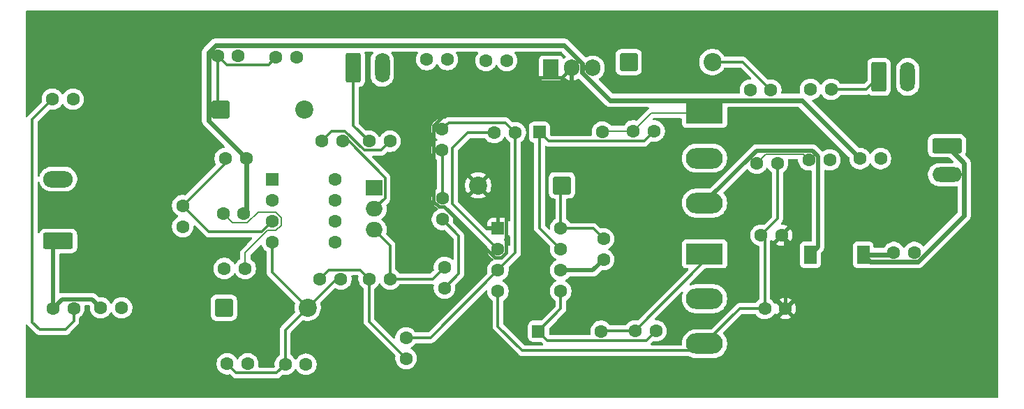
<source format=gbr>
%TF.GenerationSoftware,KiCad,Pcbnew,9.0.3*%
%TF.CreationDate,2025-10-25T15:11:56+05:30*%
%TF.ProjectId,Vicharak,56696368-6172-4616-9b2e-6b696361645f,rev?*%
%TF.SameCoordinates,Original*%
%TF.FileFunction,Copper,L1,Top*%
%TF.FilePolarity,Positive*%
%FSLAX46Y46*%
G04 Gerber Fmt 4.6, Leading zero omitted, Abs format (unit mm)*
G04 Created by KiCad (PCBNEW 9.0.3) date 2025-10-25 15:11:56*
%MOMM*%
%LPD*%
G01*
G04 APERTURE LIST*
G04 Aperture macros list*
%AMRoundRect*
0 Rectangle with rounded corners*
0 $1 Rounding radius*
0 $2 $3 $4 $5 $6 $7 $8 $9 X,Y pos of 4 corners*
0 Add a 4 corners polygon primitive as box body*
4,1,4,$2,$3,$4,$5,$6,$7,$8,$9,$2,$3,0*
0 Add four circle primitives for the rounded corners*
1,1,$1+$1,$2,$3*
1,1,$1+$1,$4,$5*
1,1,$1+$1,$6,$7*
1,1,$1+$1,$8,$9*
0 Add four rect primitives between the rounded corners*
20,1,$1+$1,$2,$3,$4,$5,0*
20,1,$1+$1,$4,$5,$6,$7,0*
20,1,$1+$1,$6,$7,$8,$9,0*
20,1,$1+$1,$8,$9,$2,$3,0*%
G04 Aperture macros list end*
%TA.AperFunction,ComponentPad*%
%ADD10R,2.000000X1.905000*%
%TD*%
%TA.AperFunction,ComponentPad*%
%ADD11O,2.000000X1.905000*%
%TD*%
%TA.AperFunction,ComponentPad*%
%ADD12C,1.600000*%
%TD*%
%TA.AperFunction,SMDPad,CuDef*%
%ADD13R,1.500000X2.200000*%
%TD*%
%TA.AperFunction,ComponentPad*%
%ADD14R,1.905000X2.000000*%
%TD*%
%TA.AperFunction,ComponentPad*%
%ADD15O,1.905000X2.000000*%
%TD*%
%TA.AperFunction,ComponentPad*%
%ADD16RoundRect,0.250000X1.550000X-0.750000X1.550000X0.750000X-1.550000X0.750000X-1.550000X-0.750000X0*%
%TD*%
%TA.AperFunction,ComponentPad*%
%ADD17O,3.600000X2.000000*%
%TD*%
%TA.AperFunction,ComponentPad*%
%ADD18RoundRect,0.250000X-0.550000X-0.550000X0.550000X-0.550000X0.550000X0.550000X-0.550000X0.550000X0*%
%TD*%
%TA.AperFunction,ComponentPad*%
%ADD19RoundRect,0.249999X0.850001X0.850001X-0.850001X0.850001X-0.850001X-0.850001X0.850001X-0.850001X0*%
%TD*%
%TA.AperFunction,ComponentPad*%
%ADD20C,2.200000*%
%TD*%
%TA.AperFunction,ComponentPad*%
%ADD21RoundRect,0.249999X-0.850001X-0.850001X0.850001X-0.850001X0.850001X0.850001X-0.850001X0.850001X0*%
%TD*%
%TA.AperFunction,ComponentPad*%
%ADD22R,4.500000X2.500000*%
%TD*%
%TA.AperFunction,ComponentPad*%
%ADD23O,4.500000X2.500000*%
%TD*%
%TA.AperFunction,ComponentPad*%
%ADD24RoundRect,0.250000X-0.650000X-1.550000X0.650000X-1.550000X0.650000X1.550000X-0.650000X1.550000X0*%
%TD*%
%TA.AperFunction,ComponentPad*%
%ADD25O,1.800000X3.600000*%
%TD*%
%TA.AperFunction,ComponentPad*%
%ADD26RoundRect,0.250000X-1.550000X0.650000X-1.550000X-0.650000X1.550000X-0.650000X1.550000X0.650000X0*%
%TD*%
%TA.AperFunction,ComponentPad*%
%ADD27O,3.600000X1.800000*%
%TD*%
%TA.AperFunction,ViaPad*%
%ADD28C,0.600000*%
%TD*%
%TA.AperFunction,Conductor*%
%ADD29C,0.300000*%
%TD*%
%TA.AperFunction,Conductor*%
%ADD30C,0.500000*%
%TD*%
%TA.AperFunction,Conductor*%
%ADD31C,0.400000*%
%TD*%
%TA.AperFunction,Conductor*%
%ADD32C,0.200000*%
%TD*%
%TA.AperFunction,Conductor*%
%ADD33C,0.600000*%
%TD*%
G04 APERTURE END LIST*
D10*
%TO.P,Q1,1,B*%
%TO.N,Earth*%
X53800000Y-74020000D03*
D11*
%TO.P,Q1,2,C*%
%TO.N,Net-(Q1-C)*%
X53800000Y-76560000D03*
%TO.P,Q1,3,E*%
%TO.N,Net-(Q1-E)*%
X53800000Y-79100000D03*
%TD*%
D12*
%TO.P,R6,1*%
%TO.N,Net-(D3-A)*%
X49745000Y-85050000D03*
%TO.P,R6,2*%
%TO.N,Net-(C9-Pad1)*%
X47205000Y-85050000D03*
%TD*%
%TO.P,R7,1*%
%TO.N,Net-(C5-Pad1)*%
X62050000Y-77840000D03*
%TO.P,R7,2*%
%TO.N,Net-(C6-Pad1)*%
X62050000Y-75300000D03*
%TD*%
D13*
%TO.P,L1,1,1*%
%TO.N,Net-(Q3-S)*%
X106700000Y-82100000D03*
%TO.P,L1,2,2*%
%TO.N,OUT*%
X113100000Y-82100000D03*
%TD*%
D12*
%TO.P,R_T1,1*%
%TO.N,Net-(U2--)*%
X35605000Y-83790000D03*
%TO.P,R_T1,2*%
%TO.N,Net-(C_T1-Pad1)*%
X38145000Y-83790000D03*
%TD*%
%TO.P,R4,1*%
%TO.N,Net-(J1-Pin_1)*%
X14810000Y-88600000D03*
%TO.P,R4,2*%
%TO.N,Net-(U2-+)*%
X17350000Y-88600000D03*
%TD*%
%TO.P,R1,1*%
%TO.N,Net-(Q1-C)*%
X49940000Y-68350000D03*
%TO.P,R1,2*%
%TO.N,Net-(D1-K)*%
X47400000Y-68350000D03*
%TD*%
%TO.P,C15,1*%
%TO.N,Net-(J2-Pin_1)*%
X67350000Y-58550000D03*
%TO.P,C15,2*%
%TO.N,Earth*%
X69850000Y-58550000D03*
%TD*%
%TO.P,C_T1,1*%
%TO.N,Net-(C_T1-Pad1)*%
X35450000Y-77150000D03*
%TO.P,C_T1,2*%
%TO.N,OUT*%
X37950000Y-77150000D03*
%TD*%
%TO.P,C7,1*%
%TO.N,Net-(D3-A)*%
X35950000Y-95350000D03*
%TO.P,C7,2*%
%TO.N,Earth*%
X38450000Y-95350000D03*
%TD*%
D14*
%TO.P,Q2,1,B*%
%TO.N,Net-(D2-K)*%
X75220000Y-59450000D03*
D15*
%TO.P,Q2,2,C*%
%TO.N,+15V*%
X77760000Y-59450000D03*
%TO.P,Q2,3,E*%
%TO.N,Earth*%
X80300000Y-59450000D03*
%TD*%
D12*
%TO.P,R10,1*%
%TO.N,Net-(C12-Pad1)*%
X106505000Y-70600000D03*
%TO.P,R10,2*%
%TO.N,Earth*%
X109045000Y-70600000D03*
%TD*%
%TO.P,C10,1*%
%TO.N,Net-(D2-A)*%
X100700000Y-79750000D03*
%TO.P,C10,2*%
%TO.N,+15V*%
X103200000Y-79750000D03*
%TD*%
D16*
%TO.P,J1,1,Pin_1*%
%TO.N,Net-(J1-Pin_1)*%
X15450000Y-80450000D03*
D17*
%TO.P,J1,2,Pin_2*%
%TO.N,Earth*%
X15450000Y-72950000D03*
%TD*%
D18*
%TO.P,D5,1,K*%
%TO.N,Net-(D5-K)*%
X73830000Y-67250000D03*
D12*
%TO.P,D5,2,A*%
%TO.N,Net-(D5-A)*%
X81450000Y-67250000D03*
%TD*%
D19*
%TO.P,D4,1,K*%
%TO.N,Net-(D4-K)*%
X76550000Y-73700000D03*
D20*
%TO.P,D4,2,A*%
%TO.N,+15V*%
X66390000Y-73700000D03*
%TD*%
D12*
%TO.P,C2,1*%
%TO.N,Net-(D1-K)*%
X34800000Y-58000000D03*
%TO.P,C2,2*%
%TO.N,Earth*%
X37300000Y-58000000D03*
%TD*%
%TO.P,C8,1*%
%TO.N,Net-(D3-A)*%
X43000000Y-95400000D03*
%TO.P,C8,2*%
%TO.N,Earth*%
X45500000Y-95400000D03*
%TD*%
D18*
%TO.P,D6,1,K*%
%TO.N,Net-(D6-K)*%
X73690000Y-91400000D03*
D12*
%TO.P,D6,2,A*%
%TO.N,Net-(D6-A)*%
X81310000Y-91400000D03*
%TD*%
D21*
%TO.P,D1,1,K*%
%TO.N,Net-(D1-K)*%
X35140000Y-64550000D03*
D20*
%TO.P,D1,2,A*%
%TO.N,Earth*%
X45300000Y-64550000D03*
%TD*%
D12*
%TO.P,C12,1*%
%TO.N,Net-(C12-Pad1)*%
X100200000Y-71000000D03*
%TO.P,C12,2*%
%TO.N,Net-(D2-A)*%
X102700000Y-71000000D03*
%TD*%
%TO.P,C13,1*%
%TO.N,Net-(D4-K)*%
X81600000Y-80200000D03*
%TO.P,C13,2*%
%TO.N,Net-(Q3-S)*%
X81600000Y-82700000D03*
%TD*%
%TO.P,R8,1*%
%TO.N,Net-(J2-Pin_1)*%
X53160000Y-68350000D03*
%TO.P,R8,2*%
%TO.N,Net-(D1-K)*%
X55700000Y-68350000D03*
%TD*%
%TO.P,C19,1*%
%TO.N,OUT*%
X116800000Y-81850000D03*
%TO.P,C19,2*%
%TO.N,Earth*%
X119300000Y-81850000D03*
%TD*%
D21*
%TO.P,D3,1,K*%
%TO.N,Earth*%
X35540000Y-88550000D03*
D20*
%TO.P,D3,2,A*%
%TO.N,Net-(D3-A)*%
X45700000Y-88550000D03*
%TD*%
D12*
%TO.P,C14,1*%
%TO.N,Net-(J2-Pin_1)*%
X60150000Y-58450000D03*
%TO.P,C14,2*%
%TO.N,Earth*%
X62650000Y-58450000D03*
%TD*%
D18*
%TO.P,U2,1,GND*%
%TO.N,Earth*%
X41395000Y-72990000D03*
D12*
%TO.P,U2,2,+*%
%TO.N,Net-(U2-+)*%
X41395000Y-75530000D03*
%TO.P,U2,3,-*%
%TO.N,Net-(U2--)*%
X41395000Y-78070000D03*
%TO.P,U2,4,V-*%
%TO.N,Net-(D3-A)*%
X41395000Y-80610000D03*
%TO.P,U2,5,BAL*%
%TO.N,unconnected-(U2-BAL-Pad5)*%
X49015000Y-80610000D03*
%TO.P,U2,6,STRB*%
%TO.N,unconnected-(U2-STRB-Pad6)*%
X49015000Y-78070000D03*
%TO.P,U2,7*%
%TO.N,Net-(Q1-C)*%
X49015000Y-75530000D03*
%TO.P,U2,8,V+*%
%TO.N,Net-(D1-K)*%
X49015000Y-72990000D03*
%TD*%
%TO.P,C4,1*%
%TO.N,Net-(U2-+)*%
X14750000Y-63250000D03*
%TO.P,C4,2*%
%TO.N,Earth*%
X17250000Y-63250000D03*
%TD*%
%TO.P,R11,1*%
%TO.N,Net-(D5-A)*%
X85210000Y-67100000D03*
%TO.P,R11,2*%
%TO.N,Net-(D5-K)*%
X87750000Y-67100000D03*
%TD*%
%TO.P,C16,1*%
%TO.N,Earth*%
X99400000Y-62150000D03*
%TO.P,C16,2*%
%TO.N,Net-(D2-A)*%
X101900000Y-62150000D03*
%TD*%
D22*
%TO.P,Q4,1,G*%
%TO.N,Net-(D6-A)*%
X93850000Y-82000000D03*
D23*
%TO.P,Q4,2,D*%
%TO.N,Net-(Q3-S)*%
X93850000Y-87450000D03*
%TO.P,Q4,3,S*%
%TO.N,Net-(D2-A)*%
X93850000Y-92900000D03*
%TD*%
D12*
%TO.P,R12,1*%
%TO.N,Net-(D6-A)*%
X85405000Y-91350000D03*
%TO.P,R12,2*%
%TO.N,Net-(D6-K)*%
X87945000Y-91350000D03*
%TD*%
%TO.P,R3,1*%
%TO.N,Net-(J1-Pin_1)*%
X20610000Y-88550000D03*
%TO.P,R3,2*%
%TO.N,Earth*%
X23150000Y-88550000D03*
%TD*%
%TO.P,C6,1*%
%TO.N,Net-(C6-Pad1)*%
X62000000Y-69400000D03*
%TO.P,C6,2*%
%TO.N,Net-(U3-CT)*%
X62000000Y-66900000D03*
%TD*%
%TO.P,C5,1*%
%TO.N,Net-(C5-Pad1)*%
X62300000Y-86150000D03*
%TO.P,C5,2*%
%TO.N,Net-(Q1-E)*%
X62300000Y-83650000D03*
%TD*%
%TO.P,C18,1*%
%TO.N,OUT*%
X112700000Y-70450000D03*
%TO.P,C18,2*%
%TO.N,Earth*%
X115200000Y-70450000D03*
%TD*%
D21*
%TO.P,D2,1,K*%
%TO.N,Net-(D2-K)*%
X84640000Y-58750000D03*
D20*
%TO.P,D2,2,A*%
%TO.N,Net-(D2-A)*%
X94800000Y-58750000D03*
%TD*%
D12*
%TO.P,C1,1*%
%TO.N,Net-(D1-K)*%
X41850000Y-58200000D03*
%TO.P,C1,2*%
%TO.N,Earth*%
X44350000Y-58200000D03*
%TD*%
D22*
%TO.P,Q3,1,G*%
%TO.N,Net-(D5-A)*%
X93850000Y-64950000D03*
D23*
%TO.P,Q3,2,D*%
%TO.N,Net-(J2-Pin_1)*%
X93850000Y-70400000D03*
%TO.P,Q3,3,S*%
%TO.N,Net-(Q3-S)*%
X93850000Y-75850000D03*
%TD*%
D24*
%TO.P,J2,1,Pin_1*%
%TO.N,Net-(J2-Pin_1)*%
X51250000Y-59450000D03*
D25*
%TO.P,J2,2,Pin_2*%
%TO.N,Earth*%
X54750000Y-59450000D03*
%TD*%
D12*
%TO.P,R5,1*%
%TO.N,Net-(C9-Pad1)*%
X53160000Y-85050000D03*
%TO.P,R5,2*%
%TO.N,Net-(Q1-E)*%
X55700000Y-85050000D03*
%TD*%
%TO.P,R9,1*%
%TO.N,Net-(U3-RT)*%
X68355000Y-67300000D03*
%TO.P,R9,2*%
%TO.N,Net-(U3-CT)*%
X70895000Y-67300000D03*
%TD*%
%TO.P,C17,1*%
%TO.N,Earth*%
X106700000Y-62050000D03*
%TO.P,C17,2*%
%TO.N,Net-(D2-A)*%
X109200000Y-62050000D03*
%TD*%
%TO.P,C11,1*%
%TO.N,Net-(D2-A)*%
X101150000Y-88650000D03*
%TO.P,C11,2*%
%TO.N,+15V*%
X103650000Y-88650000D03*
%TD*%
%TO.P,C9,1*%
%TO.N,Net-(C9-Pad1)*%
X57650000Y-94700000D03*
%TO.P,C9,2*%
%TO.N,Net-(U3-CT)*%
X57650000Y-92200000D03*
%TD*%
D24*
%TO.P,J3,1,Pin_1*%
%TO.N,Net-(D2-A)*%
X115000000Y-60550000D03*
D25*
%TO.P,J3,2,Pin_2*%
%TO.N,Earth*%
X118500000Y-60550000D03*
%TD*%
D12*
%TO.P,R_T2,1*%
%TO.N,Net-(U2--)*%
X35705000Y-70450000D03*
%TO.P,R_T2,2*%
%TO.N,OUT*%
X38245000Y-70450000D03*
%TD*%
%TO.P,R_T3,1*%
%TO.N,Earth*%
X30550000Y-78695000D03*
%TO.P,R_T3,2*%
%TO.N,Net-(U2--)*%
X30550000Y-76155000D03*
%TD*%
D26*
%TO.P,J4,1,Pin_1*%
%TO.N,OUT*%
X123250000Y-68900000D03*
D27*
%TO.P,J4,2,Pin_2*%
%TO.N,Earth*%
X123250000Y-72400000D03*
%TD*%
D18*
%TO.P,U3,1,VCC*%
%TO.N,+15V*%
X68800000Y-78920000D03*
D12*
%TO.P,U3,2,RT*%
%TO.N,Net-(U3-RT)*%
X68800000Y-81460000D03*
%TO.P,U3,3,CT*%
%TO.N,Net-(U3-CT)*%
X68800000Y-84000000D03*
%TO.P,U3,4,COM*%
%TO.N,Net-(D2-A)*%
X68800000Y-86540000D03*
%TO.P,U3,5,LO*%
%TO.N,Net-(D6-K)*%
X76420000Y-86540000D03*
%TO.P,U3,6,VS*%
%TO.N,Net-(Q3-S)*%
X76420000Y-84000000D03*
%TO.P,U3,7,HO*%
%TO.N,Net-(D5-K)*%
X76420000Y-81460000D03*
%TO.P,U3,8,VB*%
%TO.N,Net-(D4-K)*%
X76420000Y-78920000D03*
%TD*%
D28*
%TO.N,+15V*%
X122200000Y-94350000D03*
%TD*%
D29*
%TO.N,Net-(D1-K)*%
X50247050Y-67100000D02*
X48650000Y-67100000D01*
X55700000Y-68350000D02*
X54599000Y-69451000D01*
X52598050Y-69451000D02*
X50247050Y-67100000D01*
X35901000Y-59101000D02*
X34800000Y-58000000D01*
X34800000Y-64210000D02*
X35140000Y-64550000D01*
X40949000Y-59101000D02*
X35901000Y-59101000D01*
X48650000Y-67100000D02*
X47400000Y-68350000D01*
X41850000Y-58200000D02*
X40949000Y-59101000D01*
X54599000Y-69451000D02*
X52598050Y-69451000D01*
X34800000Y-58000000D02*
X34800000Y-64210000D01*
D30*
%TO.N,Net-(J1-Pin_1)*%
X14810000Y-81090000D02*
X15450000Y-80450000D01*
X15911000Y-87499000D02*
X14810000Y-88600000D01*
X14810000Y-88600000D02*
X14810000Y-81090000D01*
X20610000Y-88550000D02*
X19559000Y-87499000D01*
X19559000Y-87499000D02*
X15911000Y-87499000D01*
D29*
%TO.N,Net-(U2-+)*%
X16350000Y-91200000D02*
X16350000Y-91150000D01*
X16350000Y-91150000D02*
X17350000Y-90150000D01*
X17350000Y-90150000D02*
X17350000Y-88600000D01*
X13200000Y-91200000D02*
X16350000Y-91200000D01*
X14750000Y-63250000D02*
X12300000Y-65700000D01*
X12300000Y-65700000D02*
X12300000Y-90300000D01*
X12300000Y-90300000D02*
X13200000Y-91200000D01*
%TO.N,Net-(Q1-E)*%
X55700000Y-81000000D02*
X53800000Y-79100000D01*
X55700000Y-85050000D02*
X60900000Y-85050000D01*
X55700000Y-85050000D02*
X55700000Y-81000000D01*
X60900000Y-85050000D02*
X62300000Y-83650000D01*
%TO.N,Net-(C5-Pad1)*%
X62300000Y-86150000D02*
X64050000Y-84400000D01*
X64050000Y-84400000D02*
X64050000Y-79840000D01*
X64050000Y-79840000D02*
X62050000Y-77840000D01*
%TO.N,Net-(U3-CT)*%
X60600000Y-92200000D02*
X68800000Y-84000000D01*
X70895000Y-81905000D02*
X70895000Y-67300000D01*
X62000000Y-66900000D02*
X62799999Y-66100001D01*
X57650000Y-92200000D02*
X60600000Y-92200000D01*
X62799999Y-66100001D02*
X69695001Y-66100001D01*
X69695001Y-66100001D02*
X70895000Y-67300000D01*
X68800000Y-84000000D02*
X70895000Y-81905000D01*
%TO.N,Net-(C6-Pad1)*%
X62050000Y-69450000D02*
X62000000Y-69400000D01*
X62050000Y-75300000D02*
X62050000Y-69450000D01*
%TO.N,Net-(D3-A)*%
X41395000Y-84245000D02*
X45700000Y-88550000D01*
X37051000Y-96451000D02*
X41949000Y-96451000D01*
X45700000Y-88550000D02*
X49200000Y-85050000D01*
X41949000Y-96451000D02*
X43000000Y-95400000D01*
X43000000Y-91250000D02*
X45700000Y-88550000D01*
X41395000Y-80610000D02*
X41395000Y-84245000D01*
X35950000Y-95350000D02*
X37051000Y-96451000D01*
X43000000Y-95400000D02*
X43000000Y-91250000D01*
X49200000Y-85050000D02*
X49745000Y-85050000D01*
%TO.N,Net-(C9-Pad1)*%
X47205000Y-85050000D02*
X48306000Y-83949000D01*
X48306000Y-83949000D02*
X52059000Y-83949000D01*
X53160000Y-90210000D02*
X57650000Y-94700000D01*
X52059000Y-83949000D02*
X53160000Y-85050000D01*
X53160000Y-85050000D02*
X53160000Y-90210000D01*
D31*
%TO.N,+15V*%
X60998000Y-66484958D02*
X66830958Y-60652000D01*
X69215042Y-82462000D02*
X68384958Y-82462000D01*
X66830958Y-60652000D02*
X76558000Y-60652000D01*
X60998000Y-75665042D02*
X60998000Y-66484958D01*
X61634958Y-76302000D02*
X60998000Y-75665042D01*
X103200000Y-79750000D02*
X103650000Y-80200000D01*
X66390000Y-73700000D02*
X69802000Y-77112000D01*
X62224958Y-76302000D02*
X61634958Y-76302000D01*
X76558000Y-60652000D02*
X77760000Y-59450000D01*
X103650000Y-80200000D02*
X103650000Y-88650000D01*
X69802000Y-77112000D02*
X69802000Y-81875042D01*
X68384958Y-82462000D02*
X62224958Y-76302000D01*
X69802000Y-81875042D02*
X69215042Y-82462000D01*
D29*
%TO.N,Net-(D2-A)*%
X71750000Y-93750000D02*
X93000000Y-93750000D01*
X101150000Y-88650000D02*
X101150000Y-80200000D01*
X98500000Y-58750000D02*
X94800000Y-58750000D01*
X101900000Y-62150000D02*
X98500000Y-58750000D01*
X68800000Y-86540000D02*
X68800000Y-90800000D01*
X101150000Y-88650000D02*
X98100000Y-88650000D01*
X102700000Y-77750000D02*
X100700000Y-79750000D01*
X93000000Y-93750000D02*
X93850000Y-92900000D01*
X68800000Y-90800000D02*
X71750000Y-93750000D01*
X102700000Y-71000000D02*
X102700000Y-77750000D01*
X115000000Y-60550000D02*
X113500000Y-62050000D01*
X101150000Y-80200000D02*
X100700000Y-79750000D01*
X113500000Y-62050000D02*
X109200000Y-62050000D01*
X98100000Y-88650000D02*
X93850000Y-92900000D01*
D32*
%TO.N,Net-(C12-Pad1)*%
X100200000Y-71000000D02*
X101301000Y-69899000D01*
X105804000Y-69899000D02*
X106505000Y-70600000D01*
X101301000Y-69899000D02*
X105804000Y-69899000D01*
D30*
%TO.N,Net-(Q3-S)*%
X80300000Y-84000000D02*
X81600000Y-82700000D01*
X106961050Y-69499000D02*
X100143950Y-69499000D01*
X76420000Y-84000000D02*
X80300000Y-84000000D01*
X93850000Y-75792950D02*
X93850000Y-75850000D01*
X100143950Y-69499000D02*
X93850000Y-75792950D01*
X106700000Y-82100000D02*
X107606000Y-81194000D01*
X107606000Y-70143950D02*
X106961050Y-69499000D01*
X107606000Y-81194000D02*
X107606000Y-70143950D01*
D29*
%TO.N,Net-(D4-K)*%
X76420000Y-73830000D02*
X76550000Y-73700000D01*
X76420000Y-78920000D02*
X80320000Y-78920000D01*
X76420000Y-78920000D02*
X76420000Y-73830000D01*
X80320000Y-78920000D02*
X81600000Y-80200000D01*
%TO.N,Net-(J2-Pin_1)*%
X51250000Y-59450000D02*
X51250000Y-66440000D01*
X51250000Y-66440000D02*
X53160000Y-68350000D01*
D33*
%TO.N,OUT*%
X112700000Y-70450000D02*
X105649000Y-63399000D01*
X105649000Y-63399000D02*
X82395783Y-63399000D01*
X38245000Y-70450000D02*
X38245000Y-76855000D01*
X113951000Y-82951000D02*
X113100000Y-82100000D01*
X33699000Y-65904000D02*
X38245000Y-70450000D01*
X76828217Y-56698000D02*
X34544950Y-56698000D01*
X116550000Y-82100000D02*
X116800000Y-81850000D01*
X82395783Y-63399000D02*
X79013500Y-60016717D01*
X33699000Y-57543950D02*
X33699000Y-65904000D01*
X38245000Y-76855000D02*
X37950000Y-77150000D01*
X79013500Y-58883283D02*
X76828217Y-56698000D01*
X123250000Y-68900000D02*
X125351000Y-71001000D01*
X79013500Y-60016717D02*
X79013500Y-58883283D01*
X125351000Y-71001000D02*
X125351000Y-77356050D01*
X125351000Y-77356050D02*
X119756050Y-82951000D01*
X34544950Y-56698000D02*
X33699000Y-57543950D01*
X119756050Y-82951000D02*
X113951000Y-82951000D01*
X113100000Y-82100000D02*
X116550000Y-82100000D01*
D29*
%TO.N,Net-(D5-K)*%
X73830000Y-78870000D02*
X73830000Y-67250000D01*
X74931000Y-68351000D02*
X86499000Y-68351000D01*
X73830000Y-67250000D02*
X74931000Y-68351000D01*
X76420000Y-81460000D02*
X73830000Y-78870000D01*
X86499000Y-68351000D02*
X87750000Y-67100000D01*
D32*
%TO.N,Net-(D5-A)*%
X85210000Y-67100000D02*
X81600000Y-67100000D01*
X81600000Y-67100000D02*
X81450000Y-67250000D01*
X87360000Y-64950000D02*
X85210000Y-67100000D01*
X93850000Y-64950000D02*
X87360000Y-64950000D01*
D29*
%TO.N,Net-(D6-A)*%
X81360000Y-91350000D02*
X81310000Y-91400000D01*
X85405000Y-91350000D02*
X93850000Y-82905000D01*
X85405000Y-91350000D02*
X81360000Y-91350000D01*
X93850000Y-82905000D02*
X93850000Y-82000000D01*
%TO.N,Net-(D6-K)*%
X76420000Y-88670000D02*
X73690000Y-91400000D01*
X87945000Y-91350000D02*
X86794000Y-92501000D01*
X86794000Y-92501000D02*
X74791000Y-92501000D01*
X74791000Y-92501000D02*
X73690000Y-91400000D01*
X76420000Y-86540000D02*
X76420000Y-88670000D01*
%TO.N,Net-(Q1-C)*%
X50684500Y-68350000D02*
X55101000Y-72766500D01*
X55101000Y-75259000D02*
X53800000Y-76560000D01*
X55101000Y-72766500D02*
X55101000Y-75259000D01*
X49940000Y-68350000D02*
X50684500Y-68350000D01*
%TO.N,Net-(U3-RT)*%
X68800000Y-81460000D02*
X63250000Y-75910000D01*
X65150000Y-67300000D02*
X68355000Y-67300000D01*
X63250000Y-75910000D02*
X63250000Y-69200000D01*
X63250000Y-69200000D02*
X65150000Y-67300000D01*
D32*
%TO.N,Net-(C_T1-Pad1)*%
X42496000Y-77613950D02*
X41851050Y-76969000D01*
X38406050Y-78251000D02*
X36551000Y-78251000D01*
X36551000Y-78251000D02*
X35450000Y-77150000D01*
X41851050Y-76969000D02*
X39688050Y-76969000D01*
X39688050Y-76969000D02*
X38406050Y-78251000D01*
X40861100Y-79171000D02*
X41851050Y-79171000D01*
X41851050Y-79171000D02*
X42496000Y-78526050D01*
X38145000Y-81887100D02*
X40861100Y-79171000D01*
X38145000Y-83790000D02*
X38145000Y-81887100D01*
X42496000Y-78526050D02*
X42496000Y-77613950D01*
D29*
%TO.N,Net-(U2--)*%
X33745000Y-79350000D02*
X30550000Y-76155000D01*
X35705000Y-71000000D02*
X35705000Y-70450000D01*
X30550000Y-76155000D02*
X35705000Y-71000000D01*
X41395000Y-78070000D02*
X40115000Y-79350000D01*
X40115000Y-79350000D02*
X33745000Y-79350000D01*
%TD*%
%TA.AperFunction,Conductor*%
%TO.N,+15V*%
G36*
X53606521Y-57518185D02*
G01*
X53652276Y-57570989D01*
X53662220Y-57640147D01*
X53639800Y-57695385D01*
X53552187Y-57815974D01*
X53452104Y-58012393D01*
X53452103Y-58012396D01*
X53383985Y-58222047D01*
X53349500Y-58439778D01*
X53349500Y-60460221D01*
X53383985Y-60677952D01*
X53452103Y-60887603D01*
X53452104Y-60887606D01*
X53484151Y-60950500D01*
X53538943Y-61058034D01*
X53552187Y-61084025D01*
X53681752Y-61262358D01*
X53681756Y-61262363D01*
X53837636Y-61418243D01*
X53837641Y-61418247D01*
X53912484Y-61472623D01*
X54015978Y-61547815D01*
X54144375Y-61613237D01*
X54212393Y-61647895D01*
X54212396Y-61647896D01*
X54317221Y-61681955D01*
X54422049Y-61716015D01*
X54639778Y-61750500D01*
X54639779Y-61750500D01*
X54860221Y-61750500D01*
X54860222Y-61750500D01*
X55077951Y-61716015D01*
X55287606Y-61647895D01*
X55484022Y-61547815D01*
X55662365Y-61418242D01*
X55818242Y-61262365D01*
X55947815Y-61084022D01*
X56047895Y-60887606D01*
X56116015Y-60677951D01*
X56150500Y-60460222D01*
X56150500Y-58439778D01*
X56116015Y-58222049D01*
X56062048Y-58055952D01*
X56047896Y-58012396D01*
X56047895Y-58012393D01*
X56001749Y-57921828D01*
X55947815Y-57815978D01*
X55897848Y-57747204D01*
X55860200Y-57695385D01*
X55836720Y-57629579D01*
X55852546Y-57561525D01*
X55902651Y-57512830D01*
X55960518Y-57498500D01*
X58990435Y-57498500D01*
X59057474Y-57518185D01*
X59103229Y-57570989D01*
X59113173Y-57640147D01*
X59090753Y-57695385D01*
X59037715Y-57768386D01*
X58944781Y-57950776D01*
X58881522Y-58145465D01*
X58849500Y-58347648D01*
X58849500Y-58552351D01*
X58881522Y-58754534D01*
X58944781Y-58949223D01*
X59002372Y-59062250D01*
X59034235Y-59124785D01*
X59037715Y-59131613D01*
X59158028Y-59297213D01*
X59302786Y-59441971D01*
X59413502Y-59522409D01*
X59468390Y-59562287D01*
X59565669Y-59611853D01*
X59650776Y-59655218D01*
X59650778Y-59655218D01*
X59650781Y-59655220D01*
X59719241Y-59677464D01*
X59845465Y-59718477D01*
X59896133Y-59726502D01*
X60047648Y-59750500D01*
X60047649Y-59750500D01*
X60252351Y-59750500D01*
X60252352Y-59750500D01*
X60454534Y-59718477D01*
X60649219Y-59655220D01*
X60831610Y-59562287D01*
X60959067Y-59469685D01*
X60997213Y-59441971D01*
X60997215Y-59441968D01*
X60997219Y-59441966D01*
X61141966Y-59297219D01*
X61141968Y-59297215D01*
X61141971Y-59297213D01*
X61201802Y-59214861D01*
X61262287Y-59131610D01*
X61289515Y-59078171D01*
X61337490Y-59027376D01*
X61405311Y-59010581D01*
X61471446Y-59033118D01*
X61510484Y-59078171D01*
X61534235Y-59124785D01*
X61537715Y-59131613D01*
X61658028Y-59297213D01*
X61802786Y-59441971D01*
X61913502Y-59522409D01*
X61968390Y-59562287D01*
X62065669Y-59611853D01*
X62150776Y-59655218D01*
X62150778Y-59655218D01*
X62150781Y-59655220D01*
X62219241Y-59677464D01*
X62345465Y-59718477D01*
X62396133Y-59726502D01*
X62547648Y-59750500D01*
X62547649Y-59750500D01*
X62752351Y-59750500D01*
X62752352Y-59750500D01*
X62954534Y-59718477D01*
X63149219Y-59655220D01*
X63331610Y-59562287D01*
X63459067Y-59469685D01*
X63497213Y-59441971D01*
X63497215Y-59441968D01*
X63497219Y-59441966D01*
X63641966Y-59297219D01*
X63641968Y-59297215D01*
X63641971Y-59297213D01*
X63701802Y-59214861D01*
X63762287Y-59131610D01*
X63855220Y-58949219D01*
X63918477Y-58754534D01*
X63950500Y-58552352D01*
X63950500Y-58347648D01*
X63934199Y-58244727D01*
X63918477Y-58145465D01*
X63873227Y-58006202D01*
X63855220Y-57950781D01*
X63855218Y-57950778D01*
X63855218Y-57950776D01*
X63821503Y-57884607D01*
X63762287Y-57768390D01*
X63746892Y-57747200D01*
X63709247Y-57695385D01*
X63685767Y-57629578D01*
X63701593Y-57561525D01*
X63751699Y-57512830D01*
X63809565Y-57498500D01*
X66263530Y-57498500D01*
X66330569Y-57518185D01*
X66376324Y-57570989D01*
X66386268Y-57640147D01*
X66360004Y-57698190D01*
X66360897Y-57698839D01*
X66237715Y-57868386D01*
X66144781Y-58050776D01*
X66081522Y-58245465D01*
X66049500Y-58447648D01*
X66049500Y-58652351D01*
X66081522Y-58854534D01*
X66144781Y-59049223D01*
X66237715Y-59231613D01*
X66358028Y-59397213D01*
X66502786Y-59541971D01*
X66598974Y-59611854D01*
X66668390Y-59662287D01*
X66778669Y-59718477D01*
X66850776Y-59755218D01*
X66850778Y-59755218D01*
X66850781Y-59755220D01*
X66950769Y-59787708D01*
X67045465Y-59818477D01*
X67146557Y-59834488D01*
X67247648Y-59850500D01*
X67247649Y-59850500D01*
X67452351Y-59850500D01*
X67452352Y-59850500D01*
X67654534Y-59818477D01*
X67849219Y-59755220D01*
X68031610Y-59662287D01*
X68158021Y-59570445D01*
X68197213Y-59541971D01*
X68197215Y-59541968D01*
X68197219Y-59541966D01*
X68341966Y-59397219D01*
X68341968Y-59397215D01*
X68341971Y-59397213D01*
X68403674Y-59312284D01*
X68462287Y-59231610D01*
X68489515Y-59178171D01*
X68537490Y-59127376D01*
X68605311Y-59110581D01*
X68671446Y-59133118D01*
X68710484Y-59178171D01*
X68717513Y-59191966D01*
X68737715Y-59231613D01*
X68858028Y-59397213D01*
X69002786Y-59541971D01*
X69098974Y-59611854D01*
X69168390Y-59662287D01*
X69278669Y-59718477D01*
X69350776Y-59755218D01*
X69350778Y-59755218D01*
X69350781Y-59755220D01*
X69450769Y-59787708D01*
X69545465Y-59818477D01*
X69646557Y-59834488D01*
X69747648Y-59850500D01*
X69747649Y-59850500D01*
X69952351Y-59850500D01*
X69952352Y-59850500D01*
X70154534Y-59818477D01*
X70349219Y-59755220D01*
X70531610Y-59662287D01*
X70658021Y-59570445D01*
X70697213Y-59541971D01*
X70697215Y-59541968D01*
X70697219Y-59541966D01*
X70841966Y-59397219D01*
X70841968Y-59397215D01*
X70841971Y-59397213D01*
X70903674Y-59312284D01*
X70962287Y-59231610D01*
X71055220Y-59049219D01*
X71118477Y-58854534D01*
X71150500Y-58652352D01*
X71150500Y-58447648D01*
X71118477Y-58245465D01*
X71082786Y-58135621D01*
X71055220Y-58050781D01*
X71055218Y-58050778D01*
X71055218Y-58050776D01*
X71006880Y-57955909D01*
X70962287Y-57868390D01*
X70924205Y-57815974D01*
X70839103Y-57698839D01*
X70840010Y-57698179D01*
X70813612Y-57639291D01*
X70824037Y-57570203D01*
X70870159Y-57517720D01*
X70936470Y-57498500D01*
X76445277Y-57498500D01*
X76512316Y-57518185D01*
X76532958Y-57534819D01*
X76988516Y-57990377D01*
X77022001Y-58051700D01*
X77017017Y-58121392D01*
X76975145Y-58177325D01*
X76973720Y-58178376D01*
X76815939Y-58293010D01*
X76750133Y-58316490D01*
X76682079Y-58300664D01*
X76633384Y-58250558D01*
X76626875Y-58236033D01*
X76616296Y-58207669D01*
X76616295Y-58207667D01*
X76616293Y-58207664D01*
X76530047Y-58092455D01*
X76530044Y-58092452D01*
X76414835Y-58006206D01*
X76414828Y-58006202D01*
X76279982Y-57955908D01*
X76279983Y-57955908D01*
X76220383Y-57949501D01*
X76220381Y-57949500D01*
X76220373Y-57949500D01*
X76220364Y-57949500D01*
X74219629Y-57949500D01*
X74219623Y-57949501D01*
X74160016Y-57955908D01*
X74025171Y-58006202D01*
X74025164Y-58006206D01*
X73909955Y-58092452D01*
X73909952Y-58092455D01*
X73823706Y-58207664D01*
X73823702Y-58207671D01*
X73773408Y-58342517D01*
X73767001Y-58402116D01*
X73767000Y-58402135D01*
X73767000Y-60497870D01*
X73767001Y-60497876D01*
X73773408Y-60557483D01*
X73823702Y-60692328D01*
X73823706Y-60692335D01*
X73909952Y-60807544D01*
X73909955Y-60807547D01*
X74025164Y-60893793D01*
X74025171Y-60893797D01*
X74160017Y-60944091D01*
X74160016Y-60944091D01*
X74166425Y-60944780D01*
X74219627Y-60950500D01*
X76220372Y-60950499D01*
X76279983Y-60944091D01*
X76414831Y-60893796D01*
X76530046Y-60807546D01*
X76616296Y-60692331D01*
X76626872Y-60663974D01*
X76668740Y-60608041D01*
X76734204Y-60583622D01*
X76802477Y-60598472D01*
X76815940Y-60606988D01*
X76998723Y-60739788D01*
X77202429Y-60843582D01*
X77419871Y-60914234D01*
X77510000Y-60928509D01*
X77510000Y-59940747D01*
X77547708Y-59962518D01*
X77687591Y-60000000D01*
X77832409Y-60000000D01*
X77972292Y-59962518D01*
X78010000Y-59940747D01*
X78010000Y-60928508D01*
X78100128Y-60914234D01*
X78317570Y-60843582D01*
X78496132Y-60752599D01*
X78564801Y-60739703D01*
X78629541Y-60765979D01*
X78640108Y-60775403D01*
X81773994Y-63909289D01*
X81885494Y-64020789D01*
X81885495Y-64020790D01*
X82016597Y-64108390D01*
X82016604Y-64108394D01*
X82107227Y-64145931D01*
X82162285Y-64168737D01*
X82316935Y-64199499D01*
X82316938Y-64199500D01*
X82316940Y-64199500D01*
X82316941Y-64199500D01*
X86996129Y-64199500D01*
X87063168Y-64219185D01*
X87108923Y-64271989D01*
X87118867Y-64341147D01*
X87089842Y-64404703D01*
X87058129Y-64430887D01*
X86991287Y-64469477D01*
X86991282Y-64469481D01*
X86879478Y-64581286D01*
X85654842Y-65805921D01*
X85593519Y-65839406D01*
X85528848Y-65836173D01*
X85514534Y-65831522D01*
X85339995Y-65803878D01*
X85312352Y-65799500D01*
X85107648Y-65799500D01*
X85083329Y-65803351D01*
X84905465Y-65831522D01*
X84710776Y-65894781D01*
X84528386Y-65987715D01*
X84362786Y-66108028D01*
X84218028Y-66252786D01*
X84097715Y-66418385D01*
X84090883Y-66431795D01*
X84042909Y-66482591D01*
X83980398Y-66499500D01*
X82575418Y-66499500D01*
X82508379Y-66479815D01*
X82475100Y-66448385D01*
X82441971Y-66402787D01*
X82441967Y-66402782D01*
X82297213Y-66258028D01*
X82131613Y-66137715D01*
X82131612Y-66137714D01*
X82131610Y-66137713D01*
X82071898Y-66107288D01*
X81949223Y-66044781D01*
X81754534Y-65981522D01*
X81579299Y-65953768D01*
X81552352Y-65949500D01*
X81347648Y-65949500D01*
X81323329Y-65953351D01*
X81145465Y-65981522D01*
X80950776Y-66044781D01*
X80768386Y-66137715D01*
X80602786Y-66258028D01*
X80458028Y-66402786D01*
X80337715Y-66568386D01*
X80244781Y-66750776D01*
X80181522Y-66945465D01*
X80149954Y-67144780D01*
X80149500Y-67147648D01*
X80149500Y-67352352D01*
X80174470Y-67510001D01*
X80181930Y-67557102D01*
X80172976Y-67626395D01*
X80127980Y-67679847D01*
X80061228Y-67700487D01*
X80059457Y-67700500D01*
X75254499Y-67700500D01*
X75187460Y-67680815D01*
X75141705Y-67628011D01*
X75130499Y-67576500D01*
X75130499Y-66649998D01*
X75130498Y-66649981D01*
X75119999Y-66547203D01*
X75119998Y-66547200D01*
X75104192Y-66499500D01*
X75064814Y-66380666D01*
X74972712Y-66231344D01*
X74848656Y-66107288D01*
X74699334Y-66015186D01*
X74532797Y-65960001D01*
X74532795Y-65960000D01*
X74430010Y-65949500D01*
X73229998Y-65949500D01*
X73229981Y-65949501D01*
X73127203Y-65960000D01*
X73127200Y-65960001D01*
X72960668Y-66015185D01*
X72960663Y-66015187D01*
X72811342Y-66107289D01*
X72687289Y-66231342D01*
X72595187Y-66380663D01*
X72595185Y-66380668D01*
X72587858Y-66402781D01*
X72540001Y-66547203D01*
X72540001Y-66547204D01*
X72540000Y-66547204D01*
X72529500Y-66649983D01*
X72529500Y-67850001D01*
X72529501Y-67850018D01*
X72540000Y-67952796D01*
X72540001Y-67952799D01*
X72595185Y-68119331D01*
X72595187Y-68119336D01*
X72614101Y-68150000D01*
X72687288Y-68268656D01*
X72811344Y-68392712D01*
X72960666Y-68484814D01*
X73094505Y-68529164D01*
X73151949Y-68568936D01*
X73178772Y-68633451D01*
X73179500Y-68646869D01*
X73179500Y-78934070D01*
X73182570Y-78949501D01*
X73192522Y-78999534D01*
X73193922Y-79006569D01*
X73193922Y-79006571D01*
X73204497Y-79059736D01*
X73204499Y-79059744D01*
X73248348Y-79165606D01*
X73253535Y-79178127D01*
X73324723Y-79284669D01*
X73324726Y-79284673D01*
X73324727Y-79284674D01*
X75112862Y-81072808D01*
X75146347Y-81134131D01*
X75147654Y-81179886D01*
X75119500Y-81357647D01*
X75119500Y-81562351D01*
X75151522Y-81764534D01*
X75214781Y-81959223D01*
X75273518Y-82074499D01*
X75304770Y-82135835D01*
X75307715Y-82141613D01*
X75428028Y-82307213D01*
X75572786Y-82451971D01*
X75690805Y-82537715D01*
X75738390Y-82572287D01*
X75829840Y-82618883D01*
X75831080Y-82619515D01*
X75881876Y-82667490D01*
X75898671Y-82735311D01*
X75876134Y-82801446D01*
X75831080Y-82840485D01*
X75738386Y-82887715D01*
X75572786Y-83008028D01*
X75428028Y-83152786D01*
X75307715Y-83318386D01*
X75214781Y-83500776D01*
X75151522Y-83695465D01*
X75119500Y-83897648D01*
X75119500Y-84102351D01*
X75151522Y-84304534D01*
X75214781Y-84499223D01*
X75257444Y-84582952D01*
X75303634Y-84673605D01*
X75307715Y-84681613D01*
X75428028Y-84847213D01*
X75572786Y-84991971D01*
X75727749Y-85104556D01*
X75738390Y-85112287D01*
X75817020Y-85152351D01*
X75831080Y-85159515D01*
X75881876Y-85207490D01*
X75898671Y-85275311D01*
X75876134Y-85341446D01*
X75831080Y-85380485D01*
X75738386Y-85427715D01*
X75572786Y-85548028D01*
X75428028Y-85692786D01*
X75307715Y-85858386D01*
X75214781Y-86040776D01*
X75151522Y-86235465D01*
X75119500Y-86437648D01*
X75119500Y-86642351D01*
X75151522Y-86844534D01*
X75214781Y-87039223D01*
X75307715Y-87221613D01*
X75428028Y-87387213D01*
X75572784Y-87531969D01*
X75625852Y-87570524D01*
X75718385Y-87637753D01*
X75761051Y-87693081D01*
X75769500Y-87738070D01*
X75769500Y-88349191D01*
X75749815Y-88416230D01*
X75733181Y-88436872D01*
X74106871Y-90063181D01*
X74045548Y-90096666D01*
X74019190Y-90099500D01*
X73089998Y-90099500D01*
X73089980Y-90099501D01*
X72987203Y-90110000D01*
X72987200Y-90110001D01*
X72820668Y-90165185D01*
X72820663Y-90165187D01*
X72671342Y-90257289D01*
X72547289Y-90381342D01*
X72455187Y-90530663D01*
X72455185Y-90530668D01*
X72443917Y-90564674D01*
X72400001Y-90697203D01*
X72400001Y-90697204D01*
X72400000Y-90697204D01*
X72389500Y-90799983D01*
X72389500Y-92000001D01*
X72389501Y-92000018D01*
X72400000Y-92102796D01*
X72400001Y-92102799D01*
X72455185Y-92269331D01*
X72455187Y-92269336D01*
X72475908Y-92302930D01*
X72547288Y-92418656D01*
X72671344Y-92542712D01*
X72820666Y-92634814D01*
X72987203Y-92689999D01*
X73089991Y-92700500D01*
X74019191Y-92700499D01*
X74048637Y-92709145D01*
X74078618Y-92715667D01*
X74083631Y-92719420D01*
X74086230Y-92720183D01*
X74106867Y-92736813D01*
X74257875Y-92887820D01*
X74291359Y-92949142D01*
X74286375Y-93018833D01*
X74244504Y-93074767D01*
X74179039Y-93099184D01*
X74170193Y-93099500D01*
X72070808Y-93099500D01*
X72003769Y-93079815D01*
X71983127Y-93063181D01*
X69486819Y-90566873D01*
X69453334Y-90505550D01*
X69450500Y-90479192D01*
X69450500Y-87738070D01*
X69470185Y-87671031D01*
X69501613Y-87637753D01*
X69647219Y-87531966D01*
X69791966Y-87387219D01*
X69791968Y-87387215D01*
X69791971Y-87387213D01*
X69868758Y-87281523D01*
X69912287Y-87221610D01*
X70005220Y-87039219D01*
X70068477Y-86844534D01*
X70100500Y-86642352D01*
X70100500Y-86437648D01*
X70071606Y-86255220D01*
X70068477Y-86235465D01*
X70007451Y-86047648D01*
X70005220Y-86040781D01*
X70005218Y-86040778D01*
X70005218Y-86040776D01*
X69932068Y-85897213D01*
X69912287Y-85858390D01*
X69899362Y-85840600D01*
X69791971Y-85692786D01*
X69647213Y-85548028D01*
X69481614Y-85427715D01*
X69475006Y-85424348D01*
X69388917Y-85380483D01*
X69338123Y-85332511D01*
X69321328Y-85264690D01*
X69343865Y-85198555D01*
X69388917Y-85159516D01*
X69481610Y-85112287D01*
X69502770Y-85096913D01*
X69647213Y-84991971D01*
X69647215Y-84991968D01*
X69647219Y-84991966D01*
X69791966Y-84847219D01*
X69791968Y-84847215D01*
X69791971Y-84847213D01*
X69856097Y-84758949D01*
X69912287Y-84681610D01*
X70005220Y-84499219D01*
X70068477Y-84304534D01*
X70100500Y-84102352D01*
X70100500Y-83897648D01*
X70086980Y-83812287D01*
X70072345Y-83719886D01*
X70081300Y-83650593D01*
X70107134Y-83612810D01*
X71400276Y-82319670D01*
X71471465Y-82213127D01*
X71520501Y-82094744D01*
X71522738Y-82083498D01*
X71535690Y-82018386D01*
X71545500Y-81969071D01*
X71545500Y-68498070D01*
X71565185Y-68431031D01*
X71596613Y-68397753D01*
X71742219Y-68291966D01*
X71886966Y-68147219D01*
X71886968Y-68147215D01*
X71886971Y-68147213D01*
X71939732Y-68074590D01*
X72007287Y-67981610D01*
X72100220Y-67799219D01*
X72163477Y-67604534D01*
X72195500Y-67402352D01*
X72195500Y-67197648D01*
X72176495Y-67077654D01*
X72163477Y-66995465D01*
X72107436Y-66822990D01*
X72100220Y-66800781D01*
X72100218Y-66800778D01*
X72100218Y-66800776D01*
X72049124Y-66700500D01*
X72007287Y-66618390D01*
X71990092Y-66594723D01*
X71886971Y-66452786D01*
X71742213Y-66308028D01*
X71576613Y-66187715D01*
X71576612Y-66187714D01*
X71576610Y-66187713D01*
X71504196Y-66150816D01*
X71394223Y-66094781D01*
X71199534Y-66031522D01*
X71024995Y-66003878D01*
X70997352Y-65999500D01*
X70792648Y-65999500D01*
X70765343Y-66003824D01*
X70614888Y-66027654D01*
X70545594Y-66018699D01*
X70507809Y-65992862D01*
X70109674Y-65594727D01*
X70109670Y-65594724D01*
X70003128Y-65523536D01*
X69971067Y-65510256D01*
X69884745Y-65474500D01*
X69884739Y-65474498D01*
X69759072Y-65449501D01*
X69759070Y-65449501D01*
X62735930Y-65449501D01*
X62735928Y-65449501D01*
X62610260Y-65474498D01*
X62610254Y-65474500D01*
X62491869Y-65523536D01*
X62385334Y-65594721D01*
X62380620Y-65598590D01*
X62379410Y-65597116D01*
X62325843Y-65626353D01*
X62280112Y-65627654D01*
X62129656Y-65603824D01*
X62102352Y-65599500D01*
X61897648Y-65599500D01*
X61873329Y-65603351D01*
X61695465Y-65631522D01*
X61500776Y-65694781D01*
X61318386Y-65787715D01*
X61152786Y-65908028D01*
X61008028Y-66052786D01*
X60887715Y-66218386D01*
X60794781Y-66400776D01*
X60731522Y-66595465D01*
X60699500Y-66797648D01*
X60699500Y-67002351D01*
X60731522Y-67204534D01*
X60794781Y-67399223D01*
X60847550Y-67502786D01*
X60885109Y-67576500D01*
X60887715Y-67581613D01*
X61008028Y-67747213D01*
X61152786Y-67891971D01*
X61318388Y-68012286D01*
X61371828Y-68039516D01*
X61422623Y-68087490D01*
X61439418Y-68155312D01*
X61416880Y-68221446D01*
X61371828Y-68260484D01*
X61318388Y-68287713D01*
X61152786Y-68408028D01*
X61008028Y-68552786D01*
X60887715Y-68718386D01*
X60794781Y-68900776D01*
X60731522Y-69095465D01*
X60699500Y-69297648D01*
X60699500Y-69502351D01*
X60731522Y-69704534D01*
X60794781Y-69899223D01*
X60855636Y-70018656D01*
X60885110Y-70076502D01*
X60887715Y-70081613D01*
X61008028Y-70247213D01*
X61008034Y-70247219D01*
X61152781Y-70391966D01*
X61318390Y-70512287D01*
X61331793Y-70519116D01*
X61382589Y-70567088D01*
X61399500Y-70629601D01*
X61399500Y-74101928D01*
X61379815Y-74168967D01*
X61348385Y-74202246D01*
X61202787Y-74308028D01*
X61202782Y-74308032D01*
X61058028Y-74452786D01*
X60937715Y-74618386D01*
X60844781Y-74800776D01*
X60781522Y-74995465D01*
X60749500Y-75197648D01*
X60749500Y-75402351D01*
X60781522Y-75604534D01*
X60844781Y-75799223D01*
X60886716Y-75881523D01*
X60929114Y-75964734D01*
X60937715Y-75981613D01*
X61058028Y-76147213D01*
X61202786Y-76291971D01*
X61357749Y-76404556D01*
X61368390Y-76412287D01*
X61433861Y-76445646D01*
X61461080Y-76459515D01*
X61511876Y-76507490D01*
X61528671Y-76575311D01*
X61506134Y-76641446D01*
X61461080Y-76680485D01*
X61368386Y-76727715D01*
X61202786Y-76848028D01*
X61058028Y-76992786D01*
X60937715Y-77158386D01*
X60844781Y-77340776D01*
X60781522Y-77535465D01*
X60749500Y-77737648D01*
X60749500Y-77942351D01*
X60781522Y-78144534D01*
X60844781Y-78339223D01*
X60904889Y-78457190D01*
X60923796Y-78494297D01*
X60937715Y-78521613D01*
X61058028Y-78687213D01*
X61202786Y-78831971D01*
X61354660Y-78942312D01*
X61368390Y-78952287D01*
X61474924Y-79006569D01*
X61550776Y-79045218D01*
X61550778Y-79045218D01*
X61550781Y-79045220D01*
X61605287Y-79062930D01*
X61745465Y-79108477D01*
X61846557Y-79124488D01*
X61947648Y-79140500D01*
X61947649Y-79140500D01*
X62152351Y-79140500D01*
X62152352Y-79140500D01*
X62330112Y-79112345D01*
X62399405Y-79121299D01*
X62437191Y-79147137D01*
X63363181Y-80073126D01*
X63396666Y-80134449D01*
X63399500Y-80160807D01*
X63399500Y-82610953D01*
X63379815Y-82677992D01*
X63327011Y-82723747D01*
X63257853Y-82733691D01*
X63194297Y-82704666D01*
X63187819Y-82698634D01*
X63147213Y-82658028D01*
X62981613Y-82537715D01*
X62981612Y-82537714D01*
X62981610Y-82537713D01*
X62886987Y-82489500D01*
X62799223Y-82444781D01*
X62604534Y-82381522D01*
X62429995Y-82353878D01*
X62402352Y-82349500D01*
X62197648Y-82349500D01*
X62173329Y-82353351D01*
X61995465Y-82381522D01*
X61800776Y-82444781D01*
X61618386Y-82537715D01*
X61452786Y-82658028D01*
X61308028Y-82802786D01*
X61187715Y-82968386D01*
X61094781Y-83150776D01*
X61031522Y-83345465D01*
X61008262Y-83492328D01*
X60999500Y-83547648D01*
X60999500Y-83752352D01*
X61003508Y-83777654D01*
X61027654Y-83930111D01*
X61018699Y-83999405D01*
X60992862Y-84037190D01*
X60666871Y-84363182D01*
X60605550Y-84396666D01*
X60579192Y-84399500D01*
X56898071Y-84399500D01*
X56831032Y-84379815D01*
X56797754Y-84348386D01*
X56691966Y-84202781D01*
X56547219Y-84058034D01*
X56547217Y-84058032D01*
X56547212Y-84058028D01*
X56401615Y-83952246D01*
X56358949Y-83896916D01*
X56350500Y-83851928D01*
X56350500Y-80935928D01*
X56325502Y-80810261D01*
X56325501Y-80810260D01*
X56325501Y-80810256D01*
X56276465Y-80691873D01*
X56256496Y-80661987D01*
X56256496Y-80661986D01*
X56205275Y-80585328D01*
X56205272Y-80585325D01*
X55268294Y-79648348D01*
X55234809Y-79587025D01*
X55238043Y-79522351D01*
X55264722Y-79440245D01*
X55300500Y-79214354D01*
X55300500Y-78985646D01*
X55264722Y-78759755D01*
X55264721Y-78759751D01*
X55264721Y-78759750D01*
X55194049Y-78542244D01*
X55163110Y-78481523D01*
X55090217Y-78338462D01*
X54955786Y-78153434D01*
X54794066Y-77991714D01*
X54709559Y-77930316D01*
X54666896Y-77874988D01*
X54660917Y-77805375D01*
X54693523Y-77743580D01*
X54709556Y-77729685D01*
X54794066Y-77668286D01*
X54955786Y-77506566D01*
X55090217Y-77321538D01*
X55194048Y-77117758D01*
X55230143Y-77006670D01*
X55264721Y-76900249D01*
X55264721Y-76900248D01*
X55264722Y-76900245D01*
X55300500Y-76674354D01*
X55300500Y-76445646D01*
X55264722Y-76219755D01*
X55238043Y-76137648D01*
X55236049Y-76067809D01*
X55268294Y-76011651D01*
X55429480Y-75850466D01*
X55606277Y-75673669D01*
X55677465Y-75567127D01*
X55726501Y-75448744D01*
X55728746Y-75437456D01*
X55751500Y-75323069D01*
X55751500Y-72702431D01*
X55751500Y-72702428D01*
X55726502Y-72576761D01*
X55726501Y-72576760D01*
X55726501Y-72576756D01*
X55677465Y-72458373D01*
X55677464Y-72458372D01*
X55677461Y-72458366D01*
X55606277Y-72351832D01*
X55562831Y-72308386D01*
X55515669Y-72261224D01*
X53567626Y-70313181D01*
X53534141Y-70251858D01*
X53539125Y-70182166D01*
X53580997Y-70126233D01*
X53646461Y-70101816D01*
X53655307Y-70101500D01*
X54663071Y-70101500D01*
X54763060Y-70081610D01*
X54788744Y-70076501D01*
X54907127Y-70027465D01*
X54936208Y-70008034D01*
X55013669Y-69956277D01*
X55312809Y-69657135D01*
X55374131Y-69623652D01*
X55419887Y-69622345D01*
X55597648Y-69650500D01*
X55597649Y-69650500D01*
X55802351Y-69650500D01*
X55802352Y-69650500D01*
X56004534Y-69618477D01*
X56199219Y-69555220D01*
X56381610Y-69462287D01*
X56529439Y-69354884D01*
X56547213Y-69341971D01*
X56547215Y-69341968D01*
X56547219Y-69341966D01*
X56691966Y-69197219D01*
X56691968Y-69197215D01*
X56691971Y-69197213D01*
X56765894Y-69095465D01*
X56812287Y-69031610D01*
X56905220Y-68849219D01*
X56968477Y-68654534D01*
X57000500Y-68452352D01*
X57000500Y-68247648D01*
X56992952Y-68199991D01*
X56968477Y-68045465D01*
X56905218Y-67850776D01*
X56852449Y-67747213D01*
X56812287Y-67668390D01*
X56781776Y-67626395D01*
X56691971Y-67502786D01*
X56547213Y-67358028D01*
X56381613Y-67237715D01*
X56381612Y-67237714D01*
X56381610Y-67237713D01*
X56302978Y-67197648D01*
X56199223Y-67144781D01*
X56004534Y-67081522D01*
X55829995Y-67053878D01*
X55802352Y-67049500D01*
X55597648Y-67049500D01*
X55573329Y-67053351D01*
X55395465Y-67081522D01*
X55200776Y-67144781D01*
X55018386Y-67237715D01*
X54852786Y-67358028D01*
X54708028Y-67502786D01*
X54587715Y-67668386D01*
X54540485Y-67761080D01*
X54492510Y-67811876D01*
X54424689Y-67828671D01*
X54358554Y-67806134D01*
X54319515Y-67761080D01*
X54312449Y-67747213D01*
X54272287Y-67668390D01*
X54241776Y-67626395D01*
X54151971Y-67502786D01*
X54007213Y-67358028D01*
X53841613Y-67237715D01*
X53841612Y-67237714D01*
X53841610Y-67237713D01*
X53762978Y-67197648D01*
X53659223Y-67144781D01*
X53464534Y-67081522D01*
X53289995Y-67053878D01*
X53262352Y-67049500D01*
X53057648Y-67049500D01*
X52879886Y-67077654D01*
X52810593Y-67068699D01*
X52772808Y-67042862D01*
X51936819Y-66206873D01*
X51903334Y-66145550D01*
X51900500Y-66119192D01*
X51900500Y-61867534D01*
X51920185Y-61800495D01*
X51972989Y-61754740D01*
X52011897Y-61744176D01*
X52052797Y-61739999D01*
X52219334Y-61684814D01*
X52368656Y-61592712D01*
X52492712Y-61468656D01*
X52584814Y-61319334D01*
X52639999Y-61152797D01*
X52650500Y-61050009D01*
X52650499Y-57849992D01*
X52647024Y-57815978D01*
X52639999Y-57747203D01*
X52639998Y-57747200D01*
X52611601Y-57661504D01*
X52609199Y-57591676D01*
X52644931Y-57531634D01*
X52707451Y-57500441D01*
X52729307Y-57498500D01*
X53539482Y-57498500D01*
X53606521Y-57518185D01*
G37*
%TD.AperFunction*%
%TA.AperFunction,Conductor*%
G36*
X62851477Y-76432566D02*
G01*
X62862044Y-76441990D01*
X67492862Y-81072808D01*
X67526347Y-81134131D01*
X67527654Y-81179886D01*
X67499500Y-81357647D01*
X67499500Y-81562351D01*
X67531522Y-81764534D01*
X67594781Y-81959223D01*
X67653518Y-82074499D01*
X67684770Y-82135835D01*
X67687715Y-82141613D01*
X67808028Y-82307213D01*
X67952786Y-82451971D01*
X68070805Y-82537715D01*
X68118390Y-82572287D01*
X68209840Y-82618883D01*
X68211080Y-82619515D01*
X68261876Y-82667490D01*
X68278671Y-82735311D01*
X68256134Y-82801446D01*
X68211080Y-82840485D01*
X68118386Y-82887715D01*
X67952786Y-83008028D01*
X67808028Y-83152786D01*
X67687715Y-83318386D01*
X67594781Y-83500776D01*
X67531522Y-83695465D01*
X67499500Y-83897648D01*
X67499500Y-84102351D01*
X67527654Y-84280111D01*
X67518699Y-84349405D01*
X67492862Y-84387190D01*
X60366873Y-91513181D01*
X60305550Y-91546666D01*
X60279192Y-91549500D01*
X58848071Y-91549500D01*
X58781032Y-91529815D01*
X58747754Y-91498386D01*
X58641966Y-91352781D01*
X58497219Y-91208034D01*
X58497213Y-91208028D01*
X58331613Y-91087715D01*
X58331612Y-91087714D01*
X58331610Y-91087713D01*
X58248694Y-91045465D01*
X58149223Y-90994781D01*
X57954534Y-90931522D01*
X57779995Y-90903878D01*
X57752352Y-90899500D01*
X57547648Y-90899500D01*
X57523329Y-90903351D01*
X57345465Y-90931522D01*
X57150776Y-90994781D01*
X56968386Y-91087715D01*
X56802786Y-91208028D01*
X56658028Y-91352786D01*
X56537715Y-91518386D01*
X56444781Y-91700776D01*
X56381522Y-91895465D01*
X56349500Y-92097648D01*
X56349500Y-92180192D01*
X56329815Y-92247231D01*
X56277011Y-92292986D01*
X56207853Y-92302930D01*
X56144297Y-92273905D01*
X56137819Y-92267873D01*
X53846819Y-89976873D01*
X53813334Y-89915550D01*
X53810500Y-89889192D01*
X53810500Y-86248070D01*
X53830185Y-86181031D01*
X53861613Y-86147753D01*
X54007219Y-86041966D01*
X54151966Y-85897219D01*
X54151968Y-85897215D01*
X54151971Y-85897213D01*
X54272284Y-85731614D01*
X54272285Y-85731613D01*
X54272287Y-85731610D01*
X54319516Y-85638917D01*
X54367489Y-85588123D01*
X54435310Y-85571328D01*
X54501445Y-85593865D01*
X54540485Y-85638919D01*
X54587715Y-85731614D01*
X54708028Y-85897213D01*
X54852786Y-86041971D01*
X54975438Y-86131081D01*
X55018390Y-86162287D01*
X55134607Y-86221503D01*
X55200776Y-86255218D01*
X55200778Y-86255218D01*
X55200781Y-86255220D01*
X55286882Y-86283196D01*
X55395465Y-86318477D01*
X55491383Y-86333669D01*
X55597648Y-86350500D01*
X55597649Y-86350500D01*
X55802351Y-86350500D01*
X55802352Y-86350500D01*
X56004534Y-86318477D01*
X56199219Y-86255220D01*
X56381610Y-86162287D01*
X56474590Y-86094732D01*
X56547213Y-86041971D01*
X56547215Y-86041968D01*
X56547219Y-86041966D01*
X56691966Y-85897219D01*
X56797753Y-85751613D01*
X56853082Y-85708949D01*
X56898071Y-85700500D01*
X60909298Y-85700500D01*
X60976337Y-85720185D01*
X61022092Y-85772989D01*
X61032036Y-85842147D01*
X61031771Y-85843898D01*
X60999500Y-86047648D01*
X60999500Y-86252351D01*
X61031522Y-86454534D01*
X61094781Y-86649223D01*
X61187715Y-86831613D01*
X61308028Y-86997213D01*
X61452786Y-87141971D01*
X61575800Y-87231344D01*
X61618390Y-87262287D01*
X61734607Y-87321503D01*
X61800776Y-87355218D01*
X61800778Y-87355218D01*
X61800781Y-87355220D01*
X61879093Y-87380665D01*
X61995465Y-87418477D01*
X62096557Y-87434488D01*
X62197648Y-87450500D01*
X62197649Y-87450500D01*
X62402351Y-87450500D01*
X62402352Y-87450500D01*
X62604534Y-87418477D01*
X62799219Y-87355220D01*
X62981610Y-87262287D01*
X63074590Y-87194732D01*
X63147213Y-87141971D01*
X63147215Y-87141968D01*
X63147219Y-87141966D01*
X63291966Y-86997219D01*
X63291968Y-86997215D01*
X63291971Y-86997213D01*
X63350940Y-86916048D01*
X63412287Y-86831610D01*
X63502872Y-86653827D01*
X63505218Y-86649223D01*
X63505218Y-86649222D01*
X63505220Y-86649219D01*
X63568477Y-86454534D01*
X63600500Y-86252352D01*
X63600500Y-86047648D01*
X63572345Y-85869887D01*
X63581300Y-85800594D01*
X63607137Y-85762808D01*
X64075781Y-85294165D01*
X64555277Y-84814669D01*
X64626465Y-84708127D01*
X64675501Y-84589743D01*
X64683682Y-84548613D01*
X64700500Y-84464071D01*
X64700500Y-79775928D01*
X64675502Y-79650261D01*
X64675501Y-79650260D01*
X64675501Y-79650256D01*
X64632814Y-79547200D01*
X64626466Y-79531875D01*
X64626461Y-79531866D01*
X64555277Y-79425332D01*
X64510608Y-79380663D01*
X64464669Y-79334724D01*
X63925945Y-78796000D01*
X63357137Y-78227191D01*
X63323652Y-78165868D01*
X63322345Y-78120112D01*
X63332163Y-78058124D01*
X63350500Y-77942352D01*
X63350500Y-77737648D01*
X63339514Y-77668284D01*
X63318477Y-77535465D01*
X63282584Y-77425000D01*
X63255220Y-77340781D01*
X63255218Y-77340778D01*
X63255218Y-77340776D01*
X63210163Y-77252352D01*
X63162287Y-77158390D01*
X63140999Y-77129089D01*
X63041971Y-76992786D01*
X62897213Y-76848028D01*
X62731614Y-76727715D01*
X62656642Y-76689515D01*
X62638917Y-76680483D01*
X62588123Y-76632511D01*
X62571328Y-76564690D01*
X62593865Y-76498555D01*
X62638919Y-76459516D01*
X62718068Y-76419187D01*
X62786737Y-76406290D01*
X62851477Y-76432566D01*
G37*
%TD.AperFunction*%
%TA.AperFunction,Conductor*%
G36*
X70199954Y-79790465D02*
G01*
X70238810Y-79848533D01*
X70244500Y-79885665D01*
X70244500Y-80915064D01*
X70224815Y-80982103D01*
X70172011Y-81027858D01*
X70102853Y-81037802D01*
X70039297Y-81008777D01*
X70007715Y-80964977D01*
X70007432Y-80965122D01*
X70006498Y-80963290D01*
X70005936Y-80962510D01*
X70005219Y-80960779D01*
X70002387Y-80955220D01*
X69912287Y-80778390D01*
X69897234Y-80757671D01*
X69791971Y-80612786D01*
X69647217Y-80468032D01*
X69647212Y-80468028D01*
X69553051Y-80399616D01*
X69510385Y-80344286D01*
X69504406Y-80274673D01*
X69537012Y-80212878D01*
X69586933Y-80181592D01*
X69669117Y-80154359D01*
X69669124Y-80154356D01*
X69818345Y-80062315D01*
X69942315Y-79938345D01*
X70014961Y-79820568D01*
X70066909Y-79773844D01*
X70135872Y-79762621D01*
X70199954Y-79790465D01*
G37*
%TD.AperFunction*%
%TA.AperFunction,Conductor*%
G36*
X69642227Y-67825389D02*
G01*
X69654808Y-67824850D01*
X69674673Y-67836445D01*
X69696445Y-67843865D01*
X69705719Y-67854568D01*
X69715150Y-67860073D01*
X69735483Y-67888916D01*
X69737040Y-67891971D01*
X69782715Y-67981614D01*
X69903028Y-68147213D01*
X70047784Y-68291969D01*
X70116863Y-68342157D01*
X70193385Y-68397753D01*
X70236051Y-68453081D01*
X70244500Y-68498070D01*
X70244500Y-77954334D01*
X70224815Y-78021373D01*
X70172011Y-78067128D01*
X70102853Y-78077072D01*
X70039297Y-78048047D01*
X70014961Y-78019431D01*
X69942315Y-77901654D01*
X69818345Y-77777684D01*
X69669124Y-77685643D01*
X69669119Y-77685641D01*
X69502697Y-77630494D01*
X69502690Y-77630493D01*
X69399986Y-77620000D01*
X69050000Y-77620000D01*
X69050000Y-78604314D01*
X69045606Y-78599920D01*
X68954394Y-78547259D01*
X68852661Y-78520000D01*
X68747339Y-78520000D01*
X68645606Y-78547259D01*
X68554394Y-78599920D01*
X68550000Y-78604314D01*
X68550000Y-77620000D01*
X68200028Y-77620000D01*
X68200012Y-77620001D01*
X68097302Y-77630494D01*
X67930880Y-77685641D01*
X67930875Y-77685643D01*
X67781654Y-77777684D01*
X67657684Y-77901654D01*
X67565643Y-78050875D01*
X67565641Y-78050880D01*
X67510494Y-78217302D01*
X67510493Y-78217309D01*
X67500000Y-78320013D01*
X67500000Y-78670000D01*
X68484314Y-78670000D01*
X68479920Y-78674394D01*
X68427259Y-78765606D01*
X68400000Y-78867339D01*
X68400000Y-78972661D01*
X68427259Y-79074394D01*
X68479920Y-79165606D01*
X68484314Y-79170000D01*
X67481308Y-79170000D01*
X67414269Y-79150315D01*
X67393627Y-79133681D01*
X63936819Y-75676873D01*
X63903334Y-75615550D01*
X63900500Y-75589192D01*
X63900500Y-73574071D01*
X64790000Y-73574071D01*
X64790000Y-73825928D01*
X64829397Y-74074669D01*
X64907219Y-74314184D01*
X65021557Y-74538583D01*
X65095748Y-74640697D01*
X65095748Y-74640698D01*
X65866212Y-73870233D01*
X65877482Y-73912292D01*
X65949890Y-74037708D01*
X66052292Y-74140110D01*
X66177708Y-74212518D01*
X66219765Y-74223787D01*
X65449300Y-74994250D01*
X65551416Y-75068442D01*
X65775815Y-75182780D01*
X66015330Y-75260602D01*
X66264072Y-75300000D01*
X66515928Y-75300000D01*
X66764669Y-75260602D01*
X67004184Y-75182780D01*
X67228575Y-75068446D01*
X67228581Y-75068442D01*
X67330697Y-74994250D01*
X67330698Y-74994250D01*
X66560234Y-74223787D01*
X66602292Y-74212518D01*
X66727708Y-74140110D01*
X66830110Y-74037708D01*
X66902518Y-73912292D01*
X66913787Y-73870235D01*
X67684250Y-74640698D01*
X67684250Y-74640697D01*
X67758442Y-74538581D01*
X67758446Y-74538575D01*
X67872780Y-74314184D01*
X67950602Y-74074669D01*
X67990000Y-73825928D01*
X67990000Y-73574071D01*
X67950602Y-73325330D01*
X67872780Y-73085815D01*
X67758442Y-72861416D01*
X67684250Y-72759301D01*
X67684250Y-72759300D01*
X66913787Y-73529764D01*
X66902518Y-73487708D01*
X66830110Y-73362292D01*
X66727708Y-73259890D01*
X66602292Y-73187482D01*
X66560232Y-73176212D01*
X67330698Y-72405748D01*
X67228583Y-72331557D01*
X67004184Y-72217219D01*
X66764669Y-72139397D01*
X66515928Y-72100000D01*
X66264072Y-72100000D01*
X66015330Y-72139397D01*
X65775815Y-72217219D01*
X65551413Y-72331559D01*
X65449301Y-72405747D01*
X65449300Y-72405748D01*
X66219765Y-73176212D01*
X66177708Y-73187482D01*
X66052292Y-73259890D01*
X65949890Y-73362292D01*
X65877482Y-73487708D01*
X65866212Y-73529765D01*
X65095748Y-72759300D01*
X65095747Y-72759301D01*
X65021559Y-72861413D01*
X64907219Y-73085815D01*
X64829397Y-73325330D01*
X64790000Y-73574071D01*
X63900500Y-73574071D01*
X63900500Y-69520808D01*
X63920185Y-69453769D01*
X63936819Y-69433127D01*
X65383127Y-67986819D01*
X65444450Y-67953334D01*
X65470808Y-67950500D01*
X67156929Y-67950500D01*
X67223968Y-67970185D01*
X67257245Y-68001613D01*
X67326696Y-68097203D01*
X67363034Y-68147219D01*
X67507786Y-68291971D01*
X67613090Y-68368477D01*
X67673390Y-68412287D01*
X67752022Y-68452352D01*
X67855776Y-68505218D01*
X67855778Y-68505218D01*
X67855781Y-68505220D01*
X67929470Y-68529163D01*
X68050465Y-68568477D01*
X68151557Y-68584488D01*
X68252648Y-68600500D01*
X68252649Y-68600500D01*
X68457351Y-68600500D01*
X68457352Y-68600500D01*
X68659534Y-68568477D01*
X68854219Y-68505220D01*
X69036610Y-68412287D01*
X69129590Y-68344732D01*
X69202213Y-68291971D01*
X69202215Y-68291968D01*
X69202219Y-68291966D01*
X69346966Y-68147219D01*
X69346968Y-68147215D01*
X69346971Y-68147213D01*
X69467284Y-67981614D01*
X69467285Y-67981613D01*
X69467287Y-67981610D01*
X69514516Y-67888917D01*
X69523161Y-67879764D01*
X69527896Y-67868099D01*
X69546693Y-67854847D01*
X69562489Y-67838123D01*
X69574711Y-67835096D01*
X69585002Y-67827842D01*
X69607982Y-67826856D01*
X69630310Y-67821328D01*
X69642227Y-67825389D01*
G37*
%TD.AperFunction*%
%TA.AperFunction,Conductor*%
G36*
X129442539Y-52520185D02*
G01*
X129488294Y-52572989D01*
X129499500Y-52624500D01*
X129499500Y-99375500D01*
X129479815Y-99442539D01*
X129427011Y-99488294D01*
X129375500Y-99499500D01*
X11624500Y-99499500D01*
X11557461Y-99479815D01*
X11511706Y-99427011D01*
X11500500Y-99375500D01*
X11500500Y-90683104D01*
X11520185Y-90616065D01*
X11572989Y-90570310D01*
X11642147Y-90560366D01*
X11705703Y-90589391D01*
X11727599Y-90614209D01*
X11794723Y-90714669D01*
X11794726Y-90714672D01*
X11794727Y-90714673D01*
X11794727Y-90714674D01*
X12694724Y-91614669D01*
X12767796Y-91687741D01*
X12785332Y-91705277D01*
X12891866Y-91776461D01*
X12891875Y-91776466D01*
X12918692Y-91787574D01*
X13010256Y-91825501D01*
X13010260Y-91825501D01*
X13010261Y-91825502D01*
X13135928Y-91850500D01*
X13135931Y-91850500D01*
X16414071Y-91850500D01*
X16513029Y-91830815D01*
X16539744Y-91825501D01*
X16658127Y-91776465D01*
X16764669Y-91705276D01*
X16764668Y-91705276D01*
X16764672Y-91705274D01*
X16764672Y-91705273D01*
X16855273Y-91614672D01*
X16855276Y-91614669D01*
X16926465Y-91508127D01*
X16927379Y-91505919D01*
X16928707Y-91503931D01*
X16929338Y-91502752D01*
X16929454Y-91502814D01*
X16954260Y-91465684D01*
X17855277Y-90564669D01*
X17926466Y-90458126D01*
X17975501Y-90339743D01*
X17991903Y-90257288D01*
X18000500Y-90214071D01*
X18000500Y-89798070D01*
X18020185Y-89731031D01*
X18051613Y-89697753D01*
X18183585Y-89601871D01*
X18197215Y-89591969D01*
X18197215Y-89591968D01*
X18197219Y-89591966D01*
X18341966Y-89447219D01*
X18341968Y-89447215D01*
X18341971Y-89447213D01*
X18411426Y-89351615D01*
X18462287Y-89281610D01*
X18555220Y-89099219D01*
X18618477Y-88904534D01*
X18650500Y-88702352D01*
X18650500Y-88497648D01*
X18633909Y-88392898D01*
X18642864Y-88323605D01*
X18687860Y-88270153D01*
X18754611Y-88249513D01*
X18756382Y-88249500D01*
X19195699Y-88249500D01*
X19262738Y-88269185D01*
X19308493Y-88321989D01*
X19318437Y-88391147D01*
X19318180Y-88392841D01*
X19313149Y-88424612D01*
X19309500Y-88447649D01*
X19309500Y-88652351D01*
X19341522Y-88854534D01*
X19404781Y-89049223D01*
X19463457Y-89164379D01*
X19495275Y-89226826D01*
X19497715Y-89231613D01*
X19618028Y-89397213D01*
X19762786Y-89541971D01*
X19900427Y-89641971D01*
X19928390Y-89662287D01*
X20040347Y-89719332D01*
X20110776Y-89755218D01*
X20110778Y-89755218D01*
X20110781Y-89755220D01*
X20215137Y-89789127D01*
X20305465Y-89818477D01*
X20406557Y-89834488D01*
X20507648Y-89850500D01*
X20507649Y-89850500D01*
X20712351Y-89850500D01*
X20712352Y-89850500D01*
X20914534Y-89818477D01*
X21109219Y-89755220D01*
X21291610Y-89662287D01*
X21387459Y-89592649D01*
X21457213Y-89541971D01*
X21457215Y-89541968D01*
X21457219Y-89541966D01*
X21601966Y-89397219D01*
X21601968Y-89397215D01*
X21601971Y-89397213D01*
X21722284Y-89231614D01*
X21722285Y-89231613D01*
X21722287Y-89231610D01*
X21769516Y-89138917D01*
X21817489Y-89088123D01*
X21885310Y-89071328D01*
X21951445Y-89093865D01*
X21990483Y-89138917D01*
X22034348Y-89225006D01*
X22037715Y-89231614D01*
X22158028Y-89397213D01*
X22302786Y-89541971D01*
X22440427Y-89641971D01*
X22468390Y-89662287D01*
X22580347Y-89719332D01*
X22650776Y-89755218D01*
X22650778Y-89755218D01*
X22650781Y-89755220D01*
X22755137Y-89789127D01*
X22845465Y-89818477D01*
X22946557Y-89834488D01*
X23047648Y-89850500D01*
X23047649Y-89850500D01*
X23252351Y-89850500D01*
X23252352Y-89850500D01*
X23454534Y-89818477D01*
X23649219Y-89755220D01*
X23831610Y-89662287D01*
X23927459Y-89592649D01*
X23997213Y-89541971D01*
X23997215Y-89541968D01*
X23997219Y-89541966D01*
X24141966Y-89397219D01*
X24141968Y-89397215D01*
X24141971Y-89397213D01*
X24225960Y-89281610D01*
X24262287Y-89231610D01*
X24355220Y-89049219D01*
X24418477Y-88854534D01*
X24450500Y-88652352D01*
X24450500Y-88447648D01*
X24446851Y-88424612D01*
X24418477Y-88245465D01*
X24362613Y-88073534D01*
X24355220Y-88050781D01*
X24355218Y-88050778D01*
X24355218Y-88050776D01*
X24313369Y-87968644D01*
X24262287Y-87868390D01*
X24248648Y-87849617D01*
X24154272Y-87719718D01*
X24154271Y-87719717D01*
X24141969Y-87702784D01*
X24089167Y-87649982D01*
X33939500Y-87649982D01*
X33939500Y-89450017D01*
X33950000Y-89552796D01*
X34005185Y-89719332D01*
X34005187Y-89719337D01*
X34011440Y-89729474D01*
X34097288Y-89868656D01*
X34221344Y-89992712D01*
X34370665Y-90084814D01*
X34537202Y-90139999D01*
X34639990Y-90150500D01*
X34639995Y-90150500D01*
X36440005Y-90150500D01*
X36440010Y-90150500D01*
X36542798Y-90139999D01*
X36709335Y-90084814D01*
X36858656Y-89992712D01*
X36982712Y-89868656D01*
X37074814Y-89719335D01*
X37129999Y-89552798D01*
X37140500Y-89450010D01*
X37140500Y-87649990D01*
X37129999Y-87547202D01*
X37074814Y-87380665D01*
X36982712Y-87231344D01*
X36858656Y-87107288D01*
X36748299Y-87039219D01*
X36709337Y-87015187D01*
X36709332Y-87015185D01*
X36707863Y-87014698D01*
X36542798Y-86960001D01*
X36542796Y-86960000D01*
X36440017Y-86949500D01*
X36440010Y-86949500D01*
X34639990Y-86949500D01*
X34639982Y-86949500D01*
X34537203Y-86960000D01*
X34537202Y-86960001D01*
X34454669Y-86987349D01*
X34370667Y-87015185D01*
X34370662Y-87015187D01*
X34221342Y-87107289D01*
X34097289Y-87231342D01*
X34005187Y-87380662D01*
X34005185Y-87380667D01*
X34003016Y-87387213D01*
X33950001Y-87547202D01*
X33950001Y-87547203D01*
X33950000Y-87547203D01*
X33939500Y-87649982D01*
X24089167Y-87649982D01*
X23997213Y-87558028D01*
X23831613Y-87437715D01*
X23831612Y-87437714D01*
X23831610Y-87437713D01*
X23774653Y-87408691D01*
X23649223Y-87344781D01*
X23454534Y-87281522D01*
X23279995Y-87253878D01*
X23252352Y-87249500D01*
X23047648Y-87249500D01*
X23023329Y-87253351D01*
X22845465Y-87281522D01*
X22650776Y-87344781D01*
X22468386Y-87437715D01*
X22302786Y-87558028D01*
X22158028Y-87702786D01*
X22037715Y-87868386D01*
X21990485Y-87961080D01*
X21942510Y-88011876D01*
X21874689Y-88028671D01*
X21808554Y-88006134D01*
X21769515Y-87961080D01*
X21768883Y-87959840D01*
X21722287Y-87868390D01*
X21714556Y-87857749D01*
X21601971Y-87702786D01*
X21457213Y-87558028D01*
X21291613Y-87437715D01*
X21291612Y-87437714D01*
X21291610Y-87437713D01*
X21234653Y-87408691D01*
X21109223Y-87344781D01*
X20914534Y-87281522D01*
X20739995Y-87253878D01*
X20712352Y-87249500D01*
X20507648Y-87249500D01*
X20451971Y-87258318D01*
X20382678Y-87249363D01*
X20344895Y-87223528D01*
X20037416Y-86916048D01*
X19937764Y-86849464D01*
X19937764Y-86849463D01*
X19914495Y-86833916D01*
X19914490Y-86833913D01*
X19777917Y-86777343D01*
X19777907Y-86777340D01*
X19632920Y-86748500D01*
X19632918Y-86748500D01*
X15837082Y-86748500D01*
X15837079Y-86748500D01*
X15708691Y-86774038D01*
X15639100Y-86767811D01*
X15583922Y-86724948D01*
X15560678Y-86659058D01*
X15560500Y-86652421D01*
X15560500Y-82074499D01*
X15580185Y-82007460D01*
X15632989Y-81961705D01*
X15684500Y-81950499D01*
X17050002Y-81950499D01*
X17050008Y-81950499D01*
X17152797Y-81939999D01*
X17319334Y-81884814D01*
X17468656Y-81792712D01*
X17592712Y-81668656D01*
X17684814Y-81519334D01*
X17739999Y-81352797D01*
X17750500Y-81250009D01*
X17750499Y-79649992D01*
X17750490Y-79649908D01*
X17739999Y-79547203D01*
X17739998Y-79547200D01*
X17723600Y-79497715D01*
X17684814Y-79380666D01*
X17592712Y-79231344D01*
X17468656Y-79107288D01*
X17319334Y-79015186D01*
X17152797Y-78960001D01*
X17152795Y-78960000D01*
X17050010Y-78949500D01*
X13849998Y-78949500D01*
X13849981Y-78949501D01*
X13747203Y-78960000D01*
X13747200Y-78960001D01*
X13580668Y-79015185D01*
X13580663Y-79015187D01*
X13431342Y-79107289D01*
X13307289Y-79231342D01*
X13215187Y-79380663D01*
X13215186Y-79380666D01*
X13193714Y-79445466D01*
X13192206Y-79450016D01*
X13152433Y-79507461D01*
X13087917Y-79534284D01*
X13019142Y-79521969D01*
X12967942Y-79474426D01*
X12950500Y-79411012D01*
X12950500Y-76052648D01*
X29249500Y-76052648D01*
X29249500Y-76257351D01*
X29281522Y-76459534D01*
X29344781Y-76654223D01*
X29408691Y-76779653D01*
X29431602Y-76824617D01*
X29437715Y-76836613D01*
X29558028Y-77002213D01*
X29702786Y-77146971D01*
X29857749Y-77259556D01*
X29868390Y-77267287D01*
X29949485Y-77308607D01*
X29961080Y-77314515D01*
X30011876Y-77362490D01*
X30028671Y-77430311D01*
X30006134Y-77496446D01*
X29961080Y-77535485D01*
X29868386Y-77582715D01*
X29702786Y-77703028D01*
X29558028Y-77847786D01*
X29437715Y-78013386D01*
X29344781Y-78195776D01*
X29281522Y-78390465D01*
X29257008Y-78545244D01*
X29249500Y-78592648D01*
X29249500Y-78797352D01*
X29252715Y-78817648D01*
X29281522Y-78999534D01*
X29344781Y-79194223D01*
X29408691Y-79319653D01*
X29425571Y-79352781D01*
X29437715Y-79376613D01*
X29558028Y-79542213D01*
X29702786Y-79686971D01*
X29845236Y-79790465D01*
X29868390Y-79807287D01*
X29984607Y-79866503D01*
X30050776Y-79900218D01*
X30050778Y-79900218D01*
X30050781Y-79900220D01*
X30155137Y-79934127D01*
X30245465Y-79963477D01*
X30346557Y-79979488D01*
X30447648Y-79995500D01*
X30447649Y-79995500D01*
X30652351Y-79995500D01*
X30652352Y-79995500D01*
X30854534Y-79963477D01*
X31049219Y-79900220D01*
X31231610Y-79807287D01*
X31363821Y-79711231D01*
X31397213Y-79686971D01*
X31397215Y-79686968D01*
X31397219Y-79686966D01*
X31541966Y-79542219D01*
X31541968Y-79542215D01*
X31541971Y-79542213D01*
X31612176Y-79445582D01*
X31662287Y-79376610D01*
X31755220Y-79194219D01*
X31818477Y-78999534D01*
X31850500Y-78797352D01*
X31850500Y-78674808D01*
X31870185Y-78607769D01*
X31922989Y-78562014D01*
X31992147Y-78552070D01*
X32055703Y-78581095D01*
X32062181Y-78587127D01*
X33330324Y-79855271D01*
X33330331Y-79855277D01*
X33436871Y-79926464D01*
X33436870Y-79926464D01*
X33441520Y-79928390D01*
X33555256Y-79975501D01*
X33555260Y-79975501D01*
X33555261Y-79975502D01*
X33680928Y-80000500D01*
X33680931Y-80000500D01*
X38883003Y-80000500D01*
X38950042Y-80020185D01*
X38995797Y-80072989D01*
X39005741Y-80142147D01*
X38976716Y-80205703D01*
X38970686Y-80212178D01*
X38372609Y-80810255D01*
X37776286Y-81406578D01*
X37664481Y-81518382D01*
X37664479Y-81518385D01*
X37646518Y-81549495D01*
X37624672Y-81587334D01*
X37585423Y-81655315D01*
X37544499Y-81808043D01*
X37544499Y-81808045D01*
X37544499Y-81976146D01*
X37544500Y-81976159D01*
X37544500Y-82560397D01*
X37524815Y-82627436D01*
X37476800Y-82670879D01*
X37463389Y-82677712D01*
X37297786Y-82798028D01*
X37153028Y-82942786D01*
X37032715Y-83108386D01*
X36985485Y-83201080D01*
X36937510Y-83251876D01*
X36869689Y-83268671D01*
X36803554Y-83246134D01*
X36764515Y-83201080D01*
X36739908Y-83152787D01*
X36717287Y-83108390D01*
X36644375Y-83008034D01*
X36596971Y-82942786D01*
X36452213Y-82798028D01*
X36286613Y-82677715D01*
X36286612Y-82677714D01*
X36286610Y-82677713D01*
X36229653Y-82648691D01*
X36104223Y-82584781D01*
X35909534Y-82521522D01*
X35734995Y-82493878D01*
X35707352Y-82489500D01*
X35502648Y-82489500D01*
X35478329Y-82493351D01*
X35300465Y-82521522D01*
X35105776Y-82584781D01*
X34923386Y-82677715D01*
X34757786Y-82798028D01*
X34613028Y-82942786D01*
X34492715Y-83108386D01*
X34399781Y-83290776D01*
X34336522Y-83485465D01*
X34304500Y-83687648D01*
X34304500Y-83892351D01*
X34336522Y-84094534D01*
X34399781Y-84289223D01*
X34492715Y-84471613D01*
X34613028Y-84637213D01*
X34757786Y-84781971D01*
X34912749Y-84894556D01*
X34923390Y-84902287D01*
X35012414Y-84947647D01*
X35105776Y-84995218D01*
X35105778Y-84995218D01*
X35105781Y-84995220D01*
X35210137Y-85029127D01*
X35300465Y-85058477D01*
X35401557Y-85074488D01*
X35502648Y-85090500D01*
X35502649Y-85090500D01*
X35707351Y-85090500D01*
X35707352Y-85090500D01*
X35909534Y-85058477D01*
X36104219Y-84995220D01*
X36286610Y-84902287D01*
X36407200Y-84814674D01*
X36452213Y-84781971D01*
X36452215Y-84781968D01*
X36452219Y-84781966D01*
X36596966Y-84637219D01*
X36596968Y-84637215D01*
X36596971Y-84637213D01*
X36717284Y-84471614D01*
X36717285Y-84471613D01*
X36717287Y-84471610D01*
X36764516Y-84378917D01*
X36812489Y-84328123D01*
X36880310Y-84311328D01*
X36946445Y-84333865D01*
X36985483Y-84378917D01*
X36989699Y-84387190D01*
X37032715Y-84471614D01*
X37153028Y-84637213D01*
X37297786Y-84781971D01*
X37452749Y-84894556D01*
X37463390Y-84902287D01*
X37552414Y-84947647D01*
X37645776Y-84995218D01*
X37645778Y-84995218D01*
X37645781Y-84995220D01*
X37750137Y-85029127D01*
X37840465Y-85058477D01*
X37941557Y-85074488D01*
X38042648Y-85090500D01*
X38042649Y-85090500D01*
X38247351Y-85090500D01*
X38247352Y-85090500D01*
X38449534Y-85058477D01*
X38644219Y-84995220D01*
X38826610Y-84902287D01*
X38947200Y-84814674D01*
X38992213Y-84781971D01*
X38992215Y-84781968D01*
X38992219Y-84781966D01*
X39136966Y-84637219D01*
X39136968Y-84637215D01*
X39136971Y-84637213D01*
X39237225Y-84499223D01*
X39257287Y-84471610D01*
X39350220Y-84289219D01*
X39413477Y-84094534D01*
X39445500Y-83892352D01*
X39445500Y-83687648D01*
X39413477Y-83485466D01*
X39350220Y-83290781D01*
X39350218Y-83290778D01*
X39350218Y-83290776D01*
X39279908Y-83152787D01*
X39257287Y-83108390D01*
X39184375Y-83008034D01*
X39136971Y-82942786D01*
X38992213Y-82798028D01*
X38826610Y-82677712D01*
X38813200Y-82670879D01*
X38762406Y-82622903D01*
X38745500Y-82560397D01*
X38745500Y-82187196D01*
X38765185Y-82120157D01*
X38781814Y-82099520D01*
X39944272Y-80937061D01*
X40005593Y-80903578D01*
X40075285Y-80908562D01*
X40131218Y-80950434D01*
X40149882Y-80986426D01*
X40155198Y-81002786D01*
X40189780Y-81109219D01*
X40281596Y-81289418D01*
X40282715Y-81291613D01*
X40403028Y-81457213D01*
X40547784Y-81601969D01*
X40594011Y-81635554D01*
X40693385Y-81707753D01*
X40736051Y-81763081D01*
X40744500Y-81808070D01*
X40744500Y-84309069D01*
X40744500Y-84309071D01*
X40744499Y-84309071D01*
X40769497Y-84434738D01*
X40769499Y-84434744D01*
X40796205Y-84499219D01*
X40818535Y-84553127D01*
X40874719Y-84637213D01*
X40889726Y-84659673D01*
X40889727Y-84659674D01*
X44150499Y-87920445D01*
X44183984Y-87981768D01*
X44180749Y-88046444D01*
X44138910Y-88175210D01*
X44138910Y-88175213D01*
X44099500Y-88424038D01*
X44099500Y-88675961D01*
X44138910Y-88924786D01*
X44138910Y-88924789D01*
X44180749Y-89053554D01*
X44182744Y-89123395D01*
X44150499Y-89179553D01*
X42494726Y-90835326D01*
X42494723Y-90835331D01*
X42435843Y-90923453D01*
X42430451Y-90931523D01*
X42423533Y-90941876D01*
X42374499Y-91060255D01*
X42374497Y-91060261D01*
X42349500Y-91185928D01*
X42349500Y-94201928D01*
X42329815Y-94268967D01*
X42298385Y-94302246D01*
X42152787Y-94408028D01*
X42152782Y-94408032D01*
X42008028Y-94552786D01*
X41887715Y-94718386D01*
X41794781Y-94900776D01*
X41731522Y-95095465D01*
X41699500Y-95297648D01*
X41699500Y-95502351D01*
X41724010Y-95657102D01*
X41715055Y-95726396D01*
X41670059Y-95779848D01*
X41603308Y-95800487D01*
X41601537Y-95800500D01*
X39840543Y-95800500D01*
X39773504Y-95780815D01*
X39727749Y-95728011D01*
X39717805Y-95658853D01*
X39718070Y-95657102D01*
X39735475Y-95547213D01*
X39750500Y-95452352D01*
X39750500Y-95247648D01*
X39742830Y-95199223D01*
X39718477Y-95045465D01*
X39655218Y-94850776D01*
X39587761Y-94718386D01*
X39562287Y-94668390D01*
X39527527Y-94620546D01*
X39441971Y-94502786D01*
X39297213Y-94358028D01*
X39131613Y-94237715D01*
X39131612Y-94237714D01*
X39131610Y-94237713D01*
X39059117Y-94200776D01*
X38949223Y-94144781D01*
X38754534Y-94081522D01*
X38579995Y-94053878D01*
X38552352Y-94049500D01*
X38347648Y-94049500D01*
X38323329Y-94053351D01*
X38145465Y-94081522D01*
X37950776Y-94144781D01*
X37768386Y-94237715D01*
X37602786Y-94358028D01*
X37458028Y-94502786D01*
X37337713Y-94668388D01*
X37310484Y-94721828D01*
X37262510Y-94772623D01*
X37194688Y-94789418D01*
X37128554Y-94766880D01*
X37089516Y-94721828D01*
X37062286Y-94668388D01*
X36941971Y-94502786D01*
X36797213Y-94358028D01*
X36631613Y-94237715D01*
X36631612Y-94237714D01*
X36631610Y-94237713D01*
X36559117Y-94200776D01*
X36449223Y-94144781D01*
X36254534Y-94081522D01*
X36079995Y-94053878D01*
X36052352Y-94049500D01*
X35847648Y-94049500D01*
X35823329Y-94053351D01*
X35645465Y-94081522D01*
X35450776Y-94144781D01*
X35268386Y-94237715D01*
X35102786Y-94358028D01*
X34958028Y-94502786D01*
X34837715Y-94668386D01*
X34744781Y-94850776D01*
X34681522Y-95045465D01*
X34649500Y-95247648D01*
X34649500Y-95452351D01*
X34681522Y-95654534D01*
X34744781Y-95849223D01*
X34801522Y-95960581D01*
X34835961Y-96028172D01*
X34837715Y-96031613D01*
X34958028Y-96197213D01*
X35102786Y-96341971D01*
X35257749Y-96454556D01*
X35268390Y-96462287D01*
X35384607Y-96521503D01*
X35450776Y-96555218D01*
X35450778Y-96555218D01*
X35450781Y-96555220D01*
X35555137Y-96589127D01*
X35645465Y-96618477D01*
X35746557Y-96634488D01*
X35847648Y-96650500D01*
X35847649Y-96650500D01*
X36052351Y-96650500D01*
X36052352Y-96650500D01*
X36230112Y-96622345D01*
X36299405Y-96631299D01*
X36337191Y-96657137D01*
X36545724Y-96865669D01*
X36636329Y-96956274D01*
X36636332Y-96956277D01*
X36742866Y-97027461D01*
X36742872Y-97027464D01*
X36742873Y-97027465D01*
X36861256Y-97076501D01*
X36861260Y-97076501D01*
X36861261Y-97076502D01*
X36986928Y-97101500D01*
X36986931Y-97101500D01*
X42013071Y-97101500D01*
X42097615Y-97084682D01*
X42138744Y-97076501D01*
X42257127Y-97027465D01*
X42363669Y-96956277D01*
X42612809Y-96707135D01*
X42674130Y-96673652D01*
X42719887Y-96672345D01*
X42897648Y-96700500D01*
X42897649Y-96700500D01*
X43102351Y-96700500D01*
X43102352Y-96700500D01*
X43304534Y-96668477D01*
X43499219Y-96605220D01*
X43681610Y-96512287D01*
X43774590Y-96444732D01*
X43847213Y-96391971D01*
X43847215Y-96391968D01*
X43847219Y-96391966D01*
X43991966Y-96247219D01*
X43991968Y-96247215D01*
X43991971Y-96247213D01*
X44044732Y-96174590D01*
X44112287Y-96081610D01*
X44139515Y-96028171D01*
X44187490Y-95977376D01*
X44255311Y-95960581D01*
X44321446Y-95983118D01*
X44360485Y-96028172D01*
X44387715Y-96081613D01*
X44508028Y-96247213D01*
X44652786Y-96391971D01*
X44749566Y-96462284D01*
X44818390Y-96512287D01*
X44902647Y-96555218D01*
X45000776Y-96605218D01*
X45000778Y-96605218D01*
X45000781Y-96605220D01*
X45081044Y-96631299D01*
X45195465Y-96668477D01*
X45296557Y-96684488D01*
X45397648Y-96700500D01*
X45397649Y-96700500D01*
X45602351Y-96700500D01*
X45602352Y-96700500D01*
X45804534Y-96668477D01*
X45999219Y-96605220D01*
X46181610Y-96512287D01*
X46274590Y-96444732D01*
X46347213Y-96391971D01*
X46347215Y-96391968D01*
X46347219Y-96391966D01*
X46491966Y-96247219D01*
X46491968Y-96247215D01*
X46491971Y-96247213D01*
X46544732Y-96174590D01*
X46612287Y-96081610D01*
X46705220Y-95899219D01*
X46768477Y-95704534D01*
X46800500Y-95502352D01*
X46800500Y-95297648D01*
X46768477Y-95095466D01*
X46705220Y-94900781D01*
X46705218Y-94900778D01*
X46705218Y-94900776D01*
X46655067Y-94802351D01*
X46612287Y-94718390D01*
X46604556Y-94707749D01*
X46491971Y-94552786D01*
X46347213Y-94408028D01*
X46181612Y-94287714D01*
X45999223Y-94194781D01*
X45804534Y-94131522D01*
X45629995Y-94103878D01*
X45602352Y-94099500D01*
X45397648Y-94099500D01*
X45373329Y-94103351D01*
X45195465Y-94131522D01*
X45000776Y-94194781D01*
X44818388Y-94287714D01*
X44652786Y-94408028D01*
X44508028Y-94552786D01*
X44387713Y-94718388D01*
X44360484Y-94771828D01*
X44312510Y-94822623D01*
X44244688Y-94839418D01*
X44178554Y-94816880D01*
X44139516Y-94771828D01*
X44112286Y-94718388D01*
X43991971Y-94552786D01*
X43847217Y-94408032D01*
X43847212Y-94408028D01*
X43701615Y-94302246D01*
X43658949Y-94246916D01*
X43650500Y-94201928D01*
X43650500Y-91570807D01*
X43670185Y-91503768D01*
X43686814Y-91483131D01*
X45070447Y-90099497D01*
X45131768Y-90066014D01*
X45196443Y-90069248D01*
X45325215Y-90111090D01*
X45574038Y-90150500D01*
X45574039Y-90150500D01*
X45825961Y-90150500D01*
X45825962Y-90150500D01*
X46074785Y-90111090D01*
X46314379Y-90033241D01*
X46538845Y-89918870D01*
X46742656Y-89770793D01*
X46920793Y-89592656D01*
X47068870Y-89388845D01*
X47183241Y-89164379D01*
X47261090Y-88924785D01*
X47300500Y-88675962D01*
X47300500Y-88424038D01*
X47261090Y-88175215D01*
X47219248Y-88046443D01*
X47217254Y-87976603D01*
X47249497Y-87920447D01*
X48962767Y-86207177D01*
X49024088Y-86173694D01*
X49093780Y-86178678D01*
X49106734Y-86184372D01*
X49171096Y-86217166D01*
X49245776Y-86255218D01*
X49245778Y-86255218D01*
X49245781Y-86255220D01*
X49331882Y-86283196D01*
X49440465Y-86318477D01*
X49536383Y-86333669D01*
X49642648Y-86350500D01*
X49642649Y-86350500D01*
X49847351Y-86350500D01*
X49847352Y-86350500D01*
X50049534Y-86318477D01*
X50244219Y-86255220D01*
X50426610Y-86162287D01*
X50519590Y-86094732D01*
X50592213Y-86041971D01*
X50592215Y-86041968D01*
X50592219Y-86041966D01*
X50736966Y-85897219D01*
X50736968Y-85897215D01*
X50736971Y-85897213D01*
X50800825Y-85809324D01*
X50857287Y-85731610D01*
X50950220Y-85549219D01*
X51013477Y-85354534D01*
X51045500Y-85152352D01*
X51045500Y-84947648D01*
X51013477Y-84745466D01*
X51013476Y-84745464D01*
X51013070Y-84742898D01*
X51022024Y-84673605D01*
X51067020Y-84620153D01*
X51133772Y-84599513D01*
X51135543Y-84599500D01*
X51738192Y-84599500D01*
X51767632Y-84608144D01*
X51797619Y-84614668D01*
X51802634Y-84618422D01*
X51805231Y-84619185D01*
X51825873Y-84635819D01*
X51852862Y-84662808D01*
X51886347Y-84724131D01*
X51887654Y-84769886D01*
X51859500Y-84947647D01*
X51859500Y-85152351D01*
X51891522Y-85354534D01*
X51954781Y-85549223D01*
X52018691Y-85674653D01*
X52046613Y-85729452D01*
X52047715Y-85731613D01*
X52168028Y-85897213D01*
X52312784Y-86041969D01*
X52381863Y-86092157D01*
X52458385Y-86147753D01*
X52501051Y-86203081D01*
X52509500Y-86248070D01*
X52509500Y-90274070D01*
X52522564Y-90339742D01*
X52522564Y-90339744D01*
X52534497Y-90399736D01*
X52534499Y-90399744D01*
X52577180Y-90502786D01*
X52583535Y-90518127D01*
X52648974Y-90616065D01*
X52654726Y-90624673D01*
X52654727Y-90624674D01*
X56342862Y-94312808D01*
X56376347Y-94374131D01*
X56377654Y-94419886D01*
X56349500Y-94597647D01*
X56349500Y-94802351D01*
X56381522Y-95004534D01*
X56444781Y-95199223D01*
X56537715Y-95381613D01*
X56658028Y-95547213D01*
X56802786Y-95691971D01*
X56952166Y-95800500D01*
X56968390Y-95812287D01*
X57084607Y-95871503D01*
X57150776Y-95905218D01*
X57150778Y-95905218D01*
X57150781Y-95905220D01*
X57255137Y-95939127D01*
X57345465Y-95968477D01*
X57401651Y-95977376D01*
X57547648Y-96000500D01*
X57547649Y-96000500D01*
X57752351Y-96000500D01*
X57752352Y-96000500D01*
X57954534Y-95968477D01*
X58149219Y-95905220D01*
X58331610Y-95812287D01*
X58449830Y-95726396D01*
X58497213Y-95691971D01*
X58497215Y-95691968D01*
X58497219Y-95691966D01*
X58641966Y-95547219D01*
X58641968Y-95547215D01*
X58641971Y-95547213D01*
X58710892Y-95452350D01*
X58762287Y-95381610D01*
X58855220Y-95199219D01*
X58918477Y-95004534D01*
X58950500Y-94802352D01*
X58950500Y-94597648D01*
X58918477Y-94395466D01*
X58911990Y-94375502D01*
X58870210Y-94246916D01*
X58855220Y-94200781D01*
X58855218Y-94200778D01*
X58855218Y-94200776D01*
X58819931Y-94131522D01*
X58762287Y-94018390D01*
X58754556Y-94007749D01*
X58641971Y-93852786D01*
X58497213Y-93708028D01*
X58331613Y-93587715D01*
X58331612Y-93587714D01*
X58331610Y-93587713D01*
X58278171Y-93560484D01*
X58227376Y-93512510D01*
X58210581Y-93444689D01*
X58233118Y-93378554D01*
X58278172Y-93339515D01*
X58331610Y-93312287D01*
X58428037Y-93242229D01*
X58497213Y-93191971D01*
X58497215Y-93191968D01*
X58497219Y-93191966D01*
X58641966Y-93047219D01*
X58747753Y-92901613D01*
X58803082Y-92858949D01*
X58848071Y-92850500D01*
X60664071Y-92850500D01*
X60748615Y-92833682D01*
X60789744Y-92825501D01*
X60908127Y-92776465D01*
X60910836Y-92774654D01*
X60911772Y-92774030D01*
X60993502Y-92719420D01*
X61014669Y-92705277D01*
X67287819Y-86432124D01*
X67349142Y-86398640D01*
X67418834Y-86403624D01*
X67474767Y-86445496D01*
X67499184Y-86510960D01*
X67499500Y-86519806D01*
X67499500Y-86642351D01*
X67531522Y-86844534D01*
X67594781Y-87039223D01*
X67687715Y-87221613D01*
X67808028Y-87387213D01*
X67952784Y-87531969D01*
X68005852Y-87570524D01*
X68098385Y-87637753D01*
X68141051Y-87693081D01*
X68149500Y-87738070D01*
X68149500Y-90864069D01*
X68149500Y-90864071D01*
X68149499Y-90864071D01*
X68173620Y-90985328D01*
X68174498Y-90989743D01*
X68223533Y-91108125D01*
X68294726Y-91214673D01*
X71335328Y-94255275D01*
X71335331Y-94255277D01*
X71383876Y-94287713D01*
X71441873Y-94326465D01*
X71560256Y-94375501D01*
X71560260Y-94375501D01*
X71560261Y-94375502D01*
X71685928Y-94400500D01*
X71685931Y-94400500D01*
X91914717Y-94400500D01*
X91976716Y-94417112D01*
X92074112Y-94473344D01*
X92074117Y-94473346D01*
X92074123Y-94473349D01*
X92145179Y-94502781D01*
X92286113Y-94561158D01*
X92507762Y-94620548D01*
X92735266Y-94650500D01*
X92735273Y-94650500D01*
X94964727Y-94650500D01*
X94964734Y-94650500D01*
X95192238Y-94620548D01*
X95413887Y-94561158D01*
X95625888Y-94473344D01*
X95824612Y-94358611D01*
X96006661Y-94218919D01*
X96006665Y-94218914D01*
X96006670Y-94218911D01*
X96168911Y-94056670D01*
X96168914Y-94056665D01*
X96168919Y-94056661D01*
X96308611Y-93874612D01*
X96423344Y-93675888D01*
X96511158Y-93463887D01*
X96570548Y-93242238D01*
X96600500Y-93014734D01*
X96600500Y-92785266D01*
X96570548Y-92557762D01*
X96511158Y-92336113D01*
X96423344Y-92124112D01*
X96308611Y-91925388D01*
X96308608Y-91925385D01*
X96308607Y-91925382D01*
X96194338Y-91776465D01*
X96168919Y-91743339D01*
X96168918Y-91743338D01*
X96168911Y-91743330D01*
X96135444Y-91709863D01*
X96101959Y-91648540D01*
X96106943Y-91578848D01*
X96135442Y-91534503D01*
X98333127Y-89336819D01*
X98394450Y-89303334D01*
X98420808Y-89300500D01*
X99951929Y-89300500D01*
X100018968Y-89320185D01*
X100052245Y-89351613D01*
X100121703Y-89447213D01*
X100158034Y-89497219D01*
X100302786Y-89641971D01*
X100423226Y-89729474D01*
X100468390Y-89762287D01*
X100552647Y-89805218D01*
X100650776Y-89855218D01*
X100650778Y-89855218D01*
X100650781Y-89855220D01*
X100728751Y-89880554D01*
X100845465Y-89918477D01*
X100946557Y-89934488D01*
X101047648Y-89950500D01*
X101047649Y-89950500D01*
X101252351Y-89950500D01*
X101252352Y-89950500D01*
X101454534Y-89918477D01*
X101649219Y-89855220D01*
X101831610Y-89762287D01*
X101924590Y-89694732D01*
X101997213Y-89641971D01*
X101997215Y-89641968D01*
X101997219Y-89641966D01*
X102141966Y-89497219D01*
X102141968Y-89497215D01*
X102141971Y-89497213D01*
X102230093Y-89375921D01*
X102262287Y-89331610D01*
X102289795Y-89277621D01*
X102337769Y-89226826D01*
X102405589Y-89210030D01*
X102471725Y-89232567D01*
X102510765Y-89277621D01*
X102538141Y-89331350D01*
X102538147Y-89331359D01*
X102570523Y-89375921D01*
X102570524Y-89375922D01*
X103250000Y-88696446D01*
X103250000Y-88702661D01*
X103277259Y-88804394D01*
X103329920Y-88895606D01*
X103404394Y-88970080D01*
X103495606Y-89022741D01*
X103597339Y-89050000D01*
X103603553Y-89050000D01*
X102924076Y-89729474D01*
X102968650Y-89761859D01*
X103150968Y-89854755D01*
X103345582Y-89917990D01*
X103547683Y-89950000D01*
X103752317Y-89950000D01*
X103954417Y-89917990D01*
X104149031Y-89854755D01*
X104331349Y-89761859D01*
X104375921Y-89729474D01*
X103696447Y-89050000D01*
X103702661Y-89050000D01*
X103804394Y-89022741D01*
X103895606Y-88970080D01*
X103970080Y-88895606D01*
X104022741Y-88804394D01*
X104050000Y-88702661D01*
X104050000Y-88696447D01*
X104729474Y-89375921D01*
X104761859Y-89331349D01*
X104854755Y-89149031D01*
X104917990Y-88954417D01*
X104950000Y-88752317D01*
X104950000Y-88547682D01*
X104917990Y-88345582D01*
X104854755Y-88150968D01*
X104761859Y-87968650D01*
X104729474Y-87924077D01*
X104729474Y-87924076D01*
X104050000Y-88603551D01*
X104050000Y-88597339D01*
X104022741Y-88495606D01*
X103970080Y-88404394D01*
X103895606Y-88329920D01*
X103804394Y-88277259D01*
X103702661Y-88250000D01*
X103696446Y-88250000D01*
X104375922Y-87570524D01*
X104375921Y-87570523D01*
X104331359Y-87538147D01*
X104331350Y-87538141D01*
X104149031Y-87445244D01*
X103954417Y-87382009D01*
X103752317Y-87350000D01*
X103547683Y-87350000D01*
X103345582Y-87382009D01*
X103150968Y-87445244D01*
X102968644Y-87538143D01*
X102924077Y-87570523D01*
X102924077Y-87570524D01*
X103603554Y-88250000D01*
X103597339Y-88250000D01*
X103495606Y-88277259D01*
X103404394Y-88329920D01*
X103329920Y-88404394D01*
X103277259Y-88495606D01*
X103250000Y-88597339D01*
X103250000Y-88603553D01*
X102570524Y-87924077D01*
X102570523Y-87924077D01*
X102538143Y-87968644D01*
X102510765Y-88022378D01*
X102462790Y-88073174D01*
X102394969Y-88089969D01*
X102328834Y-88067431D01*
X102289795Y-88022378D01*
X102284444Y-88011876D01*
X102262287Y-87968390D01*
X102262285Y-87968387D01*
X102262284Y-87968385D01*
X102141971Y-87802786D01*
X101997217Y-87658032D01*
X101997212Y-87658028D01*
X101851615Y-87552246D01*
X101808949Y-87496916D01*
X101800500Y-87451928D01*
X101800500Y-80484513D01*
X101803621Y-80471511D01*
X101802630Y-80461627D01*
X101814015Y-80428219D01*
X101839795Y-80377622D01*
X101887769Y-80326826D01*
X101955590Y-80310030D01*
X102021725Y-80332567D01*
X102060765Y-80377621D01*
X102088141Y-80431350D01*
X102088147Y-80431359D01*
X102120523Y-80475921D01*
X102120524Y-80475922D01*
X102800000Y-79796446D01*
X102800000Y-79802661D01*
X102827259Y-79904394D01*
X102879920Y-79995606D01*
X102954394Y-80070080D01*
X103045606Y-80122741D01*
X103147339Y-80150000D01*
X103153553Y-80150000D01*
X102474076Y-80829474D01*
X102518650Y-80861859D01*
X102700968Y-80954755D01*
X102895582Y-81017990D01*
X103097683Y-81050000D01*
X103302317Y-81050000D01*
X103504417Y-81017990D01*
X103699031Y-80954755D01*
X103881349Y-80861859D01*
X103925921Y-80829474D01*
X103246447Y-80150000D01*
X103252661Y-80150000D01*
X103354394Y-80122741D01*
X103445606Y-80070080D01*
X103520080Y-79995606D01*
X103572741Y-79904394D01*
X103600000Y-79802661D01*
X103600000Y-79796447D01*
X104279474Y-80475921D01*
X104311859Y-80431349D01*
X104404755Y-80249031D01*
X104467990Y-80054417D01*
X104500000Y-79852317D01*
X104500000Y-79647682D01*
X104467990Y-79445582D01*
X104404755Y-79250968D01*
X104311859Y-79068650D01*
X104279474Y-79024077D01*
X104279474Y-79024076D01*
X103600000Y-79703551D01*
X103600000Y-79697339D01*
X103572741Y-79595606D01*
X103520080Y-79504394D01*
X103445606Y-79429920D01*
X103354394Y-79377259D01*
X103252661Y-79350000D01*
X103246446Y-79350000D01*
X103925922Y-78670524D01*
X103925921Y-78670523D01*
X103881359Y-78638147D01*
X103881350Y-78638141D01*
X103699031Y-78545244D01*
X103504417Y-78482009D01*
X103302317Y-78450000D01*
X103219308Y-78450000D01*
X103152269Y-78430315D01*
X103106514Y-78377511D01*
X103096570Y-78308353D01*
X103125595Y-78244797D01*
X103131627Y-78238319D01*
X103205273Y-78164672D01*
X103205276Y-78164669D01*
X103276465Y-78058127D01*
X103325501Y-77939744D01*
X103334006Y-77896987D01*
X103347331Y-77830000D01*
X103350500Y-77814070D01*
X103350500Y-72198070D01*
X103370185Y-72131031D01*
X103401613Y-72097753D01*
X103547219Y-71991966D01*
X103691966Y-71847219D01*
X103691968Y-71847215D01*
X103691971Y-71847213D01*
X103744732Y-71774590D01*
X103812287Y-71681610D01*
X103905220Y-71499219D01*
X103968477Y-71304534D01*
X104000500Y-71102352D01*
X104000500Y-70897648D01*
X103968477Y-70695466D01*
X103968475Y-70695462D01*
X103968475Y-70695457D01*
X103957545Y-70661817D01*
X103955550Y-70591976D01*
X103991631Y-70532144D01*
X104054332Y-70501316D01*
X104075476Y-70499500D01*
X105080500Y-70499500D01*
X105147539Y-70519185D01*
X105193294Y-70571989D01*
X105204500Y-70623500D01*
X105204500Y-70702351D01*
X105236522Y-70904534D01*
X105299781Y-71099223D01*
X105392715Y-71281613D01*
X105513028Y-71447213D01*
X105657786Y-71591971D01*
X105806478Y-71700000D01*
X105823390Y-71712287D01*
X105919811Y-71761416D01*
X106005776Y-71805218D01*
X106005778Y-71805218D01*
X106005781Y-71805220D01*
X106110137Y-71839127D01*
X106200465Y-71868477D01*
X106258791Y-71877715D01*
X106402648Y-71900500D01*
X106402649Y-71900500D01*
X106607351Y-71900500D01*
X106607352Y-71900500D01*
X106712102Y-71883909D01*
X106781395Y-71892864D01*
X106834847Y-71937860D01*
X106855487Y-72004611D01*
X106855500Y-72006382D01*
X106855500Y-80375500D01*
X106835815Y-80442539D01*
X106783011Y-80488294D01*
X106731500Y-80499500D01*
X105902129Y-80499500D01*
X105902123Y-80499501D01*
X105842516Y-80505908D01*
X105707671Y-80556202D01*
X105707664Y-80556206D01*
X105592455Y-80642452D01*
X105592452Y-80642455D01*
X105506206Y-80757664D01*
X105506202Y-80757671D01*
X105455908Y-80892517D01*
X105449682Y-80950434D01*
X105449501Y-80952123D01*
X105449500Y-80952135D01*
X105449500Y-83247870D01*
X105449501Y-83247876D01*
X105455908Y-83307483D01*
X105506202Y-83442328D01*
X105506206Y-83442335D01*
X105592452Y-83557544D01*
X105592455Y-83557547D01*
X105707664Y-83643793D01*
X105707671Y-83643797D01*
X105842517Y-83694091D01*
X105842516Y-83694091D01*
X105849444Y-83694835D01*
X105902127Y-83700500D01*
X107497872Y-83700499D01*
X107557483Y-83694091D01*
X107692331Y-83643796D01*
X107807546Y-83557546D01*
X107893796Y-83442331D01*
X107944091Y-83307483D01*
X107950500Y-83247873D01*
X107950499Y-81962228D01*
X107970184Y-81895190D01*
X107986813Y-81874552D01*
X108188951Y-81672416D01*
X108271084Y-81549495D01*
X108327658Y-81412913D01*
X108329187Y-81405223D01*
X108329188Y-81405223D01*
X108329188Y-81405220D01*
X108356500Y-81267918D01*
X108356500Y-80952135D01*
X111849500Y-80952135D01*
X111849500Y-83247870D01*
X111849501Y-83247876D01*
X111855908Y-83307483D01*
X111906202Y-83442328D01*
X111906206Y-83442335D01*
X111992452Y-83557544D01*
X111992455Y-83557547D01*
X112107664Y-83643793D01*
X112107671Y-83643797D01*
X112242517Y-83694091D01*
X112242516Y-83694091D01*
X112249444Y-83694835D01*
X112302127Y-83700500D01*
X113643976Y-83700499D01*
X113691426Y-83709936D01*
X113717503Y-83720738D01*
X113867126Y-83750499D01*
X113872153Y-83751499D01*
X113872157Y-83751500D01*
X113872158Y-83751500D01*
X119834894Y-83751500D01*
X119834895Y-83751499D01*
X119989547Y-83720737D01*
X120135229Y-83660394D01*
X120266339Y-83572789D01*
X125972789Y-77866339D01*
X126060394Y-77735229D01*
X126120737Y-77589547D01*
X126124516Y-77570546D01*
X126126563Y-77560258D01*
X126126563Y-77560256D01*
X126151500Y-77434893D01*
X126151500Y-77277208D01*
X126151500Y-70922158D01*
X126146625Y-70897648D01*
X126146625Y-70897646D01*
X126146625Y-70897645D01*
X126131007Y-70819133D01*
X126120738Y-70767503D01*
X126060394Y-70621821D01*
X126060392Y-70621818D01*
X126060390Y-70621814D01*
X125972789Y-70490711D01*
X125972786Y-70490707D01*
X125503251Y-70021173D01*
X125469766Y-69959850D01*
X125474750Y-69890159D01*
X125482334Y-69874650D01*
X125484810Y-69869340D01*
X125484814Y-69869334D01*
X125539999Y-69702797D01*
X125550500Y-69600009D01*
X125550499Y-68199992D01*
X125539999Y-68097203D01*
X125484814Y-67930666D01*
X125392712Y-67781344D01*
X125268656Y-67657288D01*
X125119334Y-67565186D01*
X124952797Y-67510001D01*
X124952795Y-67510000D01*
X124850010Y-67499500D01*
X121649998Y-67499500D01*
X121649981Y-67499501D01*
X121547203Y-67510000D01*
X121547200Y-67510001D01*
X121380668Y-67565185D01*
X121380663Y-67565187D01*
X121231342Y-67657289D01*
X121107289Y-67781342D01*
X121015187Y-67930663D01*
X121015185Y-67930668D01*
X121000237Y-67975780D01*
X120960001Y-68097203D01*
X120960001Y-68097204D01*
X120960000Y-68097204D01*
X120949500Y-68199983D01*
X120949500Y-69600001D01*
X120949501Y-69600018D01*
X120960000Y-69702796D01*
X120960001Y-69702799D01*
X121015185Y-69869331D01*
X121015187Y-69869336D01*
X121045441Y-69918386D01*
X121107288Y-70018656D01*
X121231344Y-70142712D01*
X121380666Y-70234814D01*
X121547203Y-70289999D01*
X121649991Y-70300500D01*
X123467059Y-70300499D01*
X123534098Y-70320184D01*
X123554740Y-70336818D01*
X124005741Y-70787819D01*
X124039226Y-70849142D01*
X124034242Y-70918834D01*
X123992370Y-70974767D01*
X123926906Y-70999184D01*
X123918060Y-70999500D01*
X122239778Y-70999500D01*
X122169816Y-71010581D01*
X122022047Y-71033985D01*
X121812396Y-71102103D01*
X121812393Y-71102104D01*
X121615974Y-71202187D01*
X121437641Y-71331752D01*
X121437636Y-71331756D01*
X121281756Y-71487636D01*
X121281752Y-71487641D01*
X121152187Y-71665974D01*
X121052104Y-71862393D01*
X121052103Y-71862396D01*
X120983985Y-72072047D01*
X120954022Y-72261225D01*
X120949500Y-72289778D01*
X120949500Y-72510222D01*
X120958443Y-72566684D01*
X120983985Y-72727952D01*
X121052103Y-72937603D01*
X121052104Y-72937606D01*
X121093897Y-73019627D01*
X121130952Y-73092351D01*
X121152187Y-73134025D01*
X121281752Y-73312358D01*
X121281756Y-73312363D01*
X121437636Y-73468243D01*
X121437641Y-73468247D01*
X121517127Y-73525996D01*
X121615978Y-73597815D01*
X121744375Y-73663237D01*
X121812393Y-73697895D01*
X121812396Y-73697896D01*
X121917221Y-73731955D01*
X122022049Y-73766015D01*
X122239778Y-73800500D01*
X122239779Y-73800500D01*
X124260221Y-73800500D01*
X124260222Y-73800500D01*
X124407103Y-73777236D01*
X124476395Y-73786190D01*
X124529847Y-73831187D01*
X124550487Y-73897938D01*
X124550500Y-73899709D01*
X124550500Y-76973109D01*
X124530815Y-77040148D01*
X124514181Y-77060790D01*
X120512548Y-81062422D01*
X120451225Y-81095907D01*
X120381533Y-81090923D01*
X120325600Y-81049051D01*
X120324549Y-81047627D01*
X120291967Y-81002782D01*
X120147213Y-80858028D01*
X119981613Y-80737715D01*
X119981612Y-80737714D01*
X119981610Y-80737713D01*
X119924653Y-80708691D01*
X119799223Y-80644781D01*
X119604534Y-80581522D01*
X119424450Y-80553000D01*
X119402352Y-80549500D01*
X119197648Y-80549500D01*
X119175550Y-80553000D01*
X118995465Y-80581522D01*
X118800776Y-80644781D01*
X118618386Y-80737715D01*
X118452786Y-80858028D01*
X118308028Y-81002786D01*
X118187713Y-81168388D01*
X118160484Y-81221828D01*
X118112510Y-81272623D01*
X118044688Y-81289418D01*
X117978554Y-81266880D01*
X117939516Y-81221828D01*
X117912286Y-81168388D01*
X117791971Y-81002786D01*
X117647213Y-80858028D01*
X117481613Y-80737715D01*
X117481612Y-80737714D01*
X117481610Y-80737713D01*
X117424653Y-80708691D01*
X117299223Y-80644781D01*
X117104534Y-80581522D01*
X116924450Y-80553000D01*
X116902352Y-80549500D01*
X116697648Y-80549500D01*
X116675550Y-80553000D01*
X116495465Y-80581522D01*
X116300776Y-80644781D01*
X116118386Y-80737715D01*
X115952786Y-80858028D01*
X115808028Y-81002786D01*
X115687713Y-81168388D01*
X115655407Y-81231794D01*
X115607433Y-81282591D01*
X115544922Y-81299500D01*
X114474499Y-81299500D01*
X114407460Y-81279815D01*
X114361705Y-81227011D01*
X114350499Y-81175500D01*
X114350499Y-80952129D01*
X114350498Y-80952123D01*
X114350497Y-80952116D01*
X114344091Y-80892517D01*
X114332656Y-80861859D01*
X114293797Y-80757671D01*
X114293793Y-80757664D01*
X114207547Y-80642455D01*
X114207544Y-80642452D01*
X114092335Y-80556206D01*
X114092328Y-80556202D01*
X113957482Y-80505908D01*
X113957483Y-80505908D01*
X113897883Y-80499501D01*
X113897881Y-80499500D01*
X113897873Y-80499500D01*
X113897864Y-80499500D01*
X112302129Y-80499500D01*
X112302123Y-80499501D01*
X112242516Y-80505908D01*
X112107671Y-80556202D01*
X112107664Y-80556206D01*
X111992455Y-80642452D01*
X111992452Y-80642455D01*
X111906206Y-80757664D01*
X111906202Y-80757671D01*
X111855908Y-80892517D01*
X111849682Y-80950434D01*
X111849501Y-80952123D01*
X111849500Y-80952135D01*
X108356500Y-80952135D01*
X108356500Y-71911126D01*
X108376185Y-71844087D01*
X108428989Y-71798332D01*
X108498147Y-71788388D01*
X108536798Y-71800643D01*
X108545781Y-71805220D01*
X108675041Y-71847219D01*
X108740465Y-71868477D01*
X108798791Y-71877715D01*
X108942648Y-71900500D01*
X108942649Y-71900500D01*
X109147351Y-71900500D01*
X109147352Y-71900500D01*
X109349534Y-71868477D01*
X109544219Y-71805220D01*
X109726610Y-71712287D01*
X109828107Y-71638546D01*
X109892213Y-71591971D01*
X109892215Y-71591968D01*
X109892219Y-71591966D01*
X110036966Y-71447219D01*
X110036968Y-71447215D01*
X110036971Y-71447213D01*
X110099317Y-71361400D01*
X110157287Y-71281610D01*
X110250220Y-71099219D01*
X110313477Y-70904534D01*
X110345500Y-70702352D01*
X110345500Y-70497648D01*
X110321740Y-70347637D01*
X110313477Y-70295465D01*
X110264739Y-70145466D01*
X110250220Y-70100781D01*
X110250218Y-70100778D01*
X110250218Y-70100776D01*
X110202963Y-70008034D01*
X110157287Y-69918390D01*
X110149556Y-69907749D01*
X110036971Y-69752786D01*
X109892213Y-69608028D01*
X109726613Y-69487715D01*
X109726612Y-69487714D01*
X109726610Y-69487713D01*
X109659991Y-69453769D01*
X109544223Y-69394781D01*
X109349534Y-69331522D01*
X109174995Y-69303878D01*
X109147352Y-69299500D01*
X108942648Y-69299500D01*
X108918329Y-69303351D01*
X108740465Y-69331522D01*
X108545776Y-69394781D01*
X108363390Y-69487712D01*
X108245043Y-69573696D01*
X108179236Y-69597175D01*
X108111182Y-69581349D01*
X108084477Y-69561058D01*
X107439471Y-68916052D01*
X107439464Y-68916046D01*
X107365779Y-68866812D01*
X107365779Y-68866813D01*
X107316541Y-68833913D01*
X107179967Y-68777343D01*
X107179957Y-68777340D01*
X107034970Y-68748500D01*
X107034968Y-68748500D01*
X100070032Y-68748500D01*
X100070030Y-68748500D01*
X99929036Y-68776546D01*
X99929035Y-68776545D01*
X99925047Y-68777339D01*
X99925033Y-68777343D01*
X99788461Y-68833912D01*
X99788448Y-68833919D01*
X99665534Y-68916048D01*
X99665530Y-68916051D01*
X94518401Y-74063181D01*
X94457078Y-74096666D01*
X94430720Y-74099500D01*
X92735258Y-74099500D01*
X92518715Y-74128009D01*
X92507762Y-74129452D01*
X92432885Y-74149515D01*
X92286112Y-74188842D01*
X92074123Y-74276650D01*
X92074109Y-74276657D01*
X91875382Y-74391392D01*
X91693338Y-74531081D01*
X91531081Y-74693338D01*
X91391392Y-74875382D01*
X91276657Y-75074109D01*
X91276650Y-75074123D01*
X91188842Y-75286112D01*
X91129453Y-75507759D01*
X91129451Y-75507770D01*
X91099500Y-75735258D01*
X91099500Y-75964741D01*
X91113070Y-76067809D01*
X91129452Y-76192238D01*
X91176681Y-76368500D01*
X91188842Y-76413887D01*
X91276650Y-76625876D01*
X91276657Y-76625890D01*
X91391392Y-76824617D01*
X91531081Y-77006661D01*
X91531089Y-77006670D01*
X91693330Y-77168911D01*
X91693338Y-77168918D01*
X91875382Y-77308607D01*
X91875385Y-77308608D01*
X91875388Y-77308611D01*
X92074112Y-77423344D01*
X92074117Y-77423346D01*
X92074123Y-77423349D01*
X92136449Y-77449165D01*
X92286113Y-77511158D01*
X92507762Y-77570548D01*
X92735266Y-77600500D01*
X92735273Y-77600500D01*
X94964727Y-77600500D01*
X94964734Y-77600500D01*
X95192238Y-77570548D01*
X95413887Y-77511158D01*
X95625888Y-77423344D01*
X95824612Y-77308611D01*
X96006661Y-77168919D01*
X96006665Y-77168914D01*
X96006670Y-77168911D01*
X96168911Y-77006670D01*
X96168914Y-77006665D01*
X96168919Y-77006661D01*
X96308611Y-76824612D01*
X96423344Y-76625888D01*
X96511158Y-76413887D01*
X96570548Y-76192238D01*
X96600500Y-75964734D01*
X96600500Y-75735266D01*
X96570548Y-75507762D01*
X96511158Y-75286113D01*
X96423344Y-75074112D01*
X96308611Y-74875388D01*
X96308608Y-74875385D01*
X96308607Y-74875382D01*
X96250598Y-74799785D01*
X96168919Y-74693339D01*
X96168915Y-74693335D01*
X96166544Y-74690245D01*
X96141349Y-74625076D01*
X96155387Y-74556631D01*
X96177235Y-74527080D01*
X98957697Y-71746618D01*
X99019018Y-71713135D01*
X99088710Y-71718119D01*
X99144643Y-71759991D01*
X99145694Y-71761416D01*
X99208028Y-71847212D01*
X99208032Y-71847217D01*
X99352786Y-71991971D01*
X99498383Y-72097751D01*
X99518390Y-72112287D01*
X99598453Y-72153081D01*
X99700776Y-72205218D01*
X99700778Y-72205218D01*
X99700781Y-72205220D01*
X99805137Y-72239127D01*
X99895465Y-72268477D01*
X99996557Y-72284488D01*
X100097648Y-72300500D01*
X100097649Y-72300500D01*
X100302351Y-72300500D01*
X100302352Y-72300500D01*
X100504534Y-72268477D01*
X100699219Y-72205220D01*
X100881610Y-72112287D01*
X100974590Y-72044732D01*
X101047213Y-71991971D01*
X101047215Y-71991968D01*
X101047219Y-71991966D01*
X101191966Y-71847219D01*
X101191968Y-71847215D01*
X101191971Y-71847213D01*
X101244732Y-71774590D01*
X101312287Y-71681610D01*
X101339515Y-71628171D01*
X101387490Y-71577376D01*
X101455311Y-71560581D01*
X101521446Y-71583118D01*
X101560485Y-71628172D01*
X101587715Y-71681613D01*
X101708028Y-71847213D01*
X101852784Y-71991969D01*
X101921863Y-72042157D01*
X101998385Y-72097753D01*
X102041051Y-72153081D01*
X102049500Y-72198070D01*
X102049500Y-77429191D01*
X102029815Y-77496230D01*
X102013181Y-77516872D01*
X101087190Y-78442862D01*
X101025867Y-78476347D01*
X100980111Y-78477654D01*
X100834611Y-78454609D01*
X100802352Y-78449500D01*
X100597648Y-78449500D01*
X100573329Y-78453351D01*
X100395465Y-78481522D01*
X100200776Y-78544781D01*
X100018386Y-78637715D01*
X99852786Y-78758028D01*
X99708028Y-78902786D01*
X99587715Y-79068386D01*
X99494781Y-79250776D01*
X99431522Y-79445465D01*
X99399500Y-79647648D01*
X99399500Y-79852351D01*
X99431522Y-80054534D01*
X99494781Y-80249223D01*
X99543219Y-80344286D01*
X99587585Y-80431359D01*
X99587715Y-80431613D01*
X99708028Y-80597213D01*
X99852786Y-80741971D01*
X99973226Y-80829474D01*
X100018390Y-80862287D01*
X100200781Y-80955220D01*
X100395466Y-81018477D01*
X100395468Y-81018477D01*
X100400197Y-81019613D01*
X100399919Y-81020768D01*
X100458029Y-81048313D01*
X100494962Y-81107623D01*
X100499500Y-81140860D01*
X100499500Y-87451928D01*
X100479815Y-87518967D01*
X100448385Y-87552246D01*
X100302787Y-87658028D01*
X100302782Y-87658032D01*
X100158034Y-87802780D01*
X100110367Y-87868390D01*
X100052246Y-87948386D01*
X99996918Y-87991051D01*
X99951929Y-87999500D01*
X98035929Y-87999500D01*
X97910261Y-88024497D01*
X97910255Y-88024499D01*
X97861972Y-88044499D01*
X97861971Y-88044499D01*
X97791881Y-88073530D01*
X97791863Y-88073540D01*
X97685332Y-88144721D01*
X97685325Y-88144727D01*
X94716873Y-91113181D01*
X94655550Y-91146666D01*
X94629192Y-91149500D01*
X92735258Y-91149500D01*
X92518715Y-91178009D01*
X92507762Y-91179452D01*
X92483582Y-91185931D01*
X92286112Y-91238842D01*
X92074123Y-91326650D01*
X92074109Y-91326657D01*
X91875382Y-91441392D01*
X91693338Y-91581081D01*
X91531081Y-91743338D01*
X91391392Y-91925382D01*
X91276657Y-92124109D01*
X91276650Y-92124123D01*
X91188842Y-92336112D01*
X91129453Y-92557759D01*
X91129451Y-92557770D01*
X91099500Y-92785258D01*
X91099500Y-92975500D01*
X91079815Y-93042539D01*
X91027011Y-93088294D01*
X90975500Y-93099500D01*
X87414808Y-93099500D01*
X87347769Y-93079815D01*
X87302014Y-93027011D01*
X87292070Y-92957853D01*
X87321095Y-92894297D01*
X87327127Y-92887819D01*
X87557808Y-92657137D01*
X87619131Y-92623652D01*
X87664887Y-92622345D01*
X87842648Y-92650500D01*
X87842649Y-92650500D01*
X88047351Y-92650500D01*
X88047352Y-92650500D01*
X88249534Y-92618477D01*
X88444219Y-92555220D01*
X88626610Y-92462287D01*
X88719590Y-92394732D01*
X88792213Y-92341971D01*
X88792215Y-92341968D01*
X88792219Y-92341966D01*
X88936966Y-92197219D01*
X88936968Y-92197215D01*
X88936971Y-92197213D01*
X88990083Y-92124109D01*
X89057287Y-92031610D01*
X89150220Y-91849219D01*
X89213477Y-91654534D01*
X89245500Y-91452352D01*
X89245500Y-91247648D01*
X89234699Y-91179452D01*
X89213477Y-91045465D01*
X89176454Y-90931522D01*
X89150220Y-90850781D01*
X89150218Y-90850778D01*
X89150218Y-90850776D01*
X89082761Y-90718386D01*
X89057287Y-90668390D01*
X89019271Y-90616065D01*
X88936971Y-90502786D01*
X88792213Y-90358028D01*
X88626613Y-90237715D01*
X88626612Y-90237714D01*
X88626610Y-90237713D01*
X88569653Y-90208691D01*
X88444223Y-90144781D01*
X88249534Y-90081522D01*
X88074995Y-90053878D01*
X88047352Y-90049500D01*
X87924807Y-90049500D01*
X87857768Y-90029815D01*
X87812013Y-89977011D01*
X87802069Y-89907853D01*
X87831094Y-89844297D01*
X87837126Y-89837819D01*
X89429480Y-88245465D01*
X91030891Y-86644053D01*
X91092212Y-86610570D01*
X91161904Y-86615554D01*
X91217837Y-86657426D01*
X91242254Y-86722890D01*
X91233131Y-86779188D01*
X91188842Y-86886111D01*
X91188842Y-86886112D01*
X91188842Y-86886113D01*
X91143796Y-87054231D01*
X91129453Y-87107759D01*
X91129451Y-87107770D01*
X91099500Y-87335258D01*
X91099500Y-87564741D01*
X91124257Y-87752781D01*
X91129452Y-87792238D01*
X91164778Y-87924077D01*
X91188842Y-88013887D01*
X91276650Y-88225876D01*
X91276657Y-88225890D01*
X91391392Y-88424617D01*
X91531081Y-88606661D01*
X91531089Y-88606670D01*
X91693330Y-88768911D01*
X91693338Y-88768918D01*
X91875382Y-88908607D01*
X91875385Y-88908608D01*
X91875388Y-88908611D01*
X92074112Y-89023344D01*
X92074117Y-89023346D01*
X92074123Y-89023349D01*
X92136589Y-89049223D01*
X92286113Y-89111158D01*
X92507762Y-89170548D01*
X92735266Y-89200500D01*
X92735273Y-89200500D01*
X94964727Y-89200500D01*
X94964734Y-89200500D01*
X95192238Y-89170548D01*
X95413887Y-89111158D01*
X95625888Y-89023344D01*
X95824612Y-88908611D01*
X96006661Y-88768919D01*
X96006665Y-88768914D01*
X96006670Y-88768911D01*
X96168911Y-88606670D01*
X96168914Y-88606665D01*
X96168919Y-88606661D01*
X96308611Y-88424612D01*
X96423344Y-88225888D01*
X96511158Y-88013887D01*
X96570548Y-87792238D01*
X96600500Y-87564734D01*
X96600500Y-87335266D01*
X96570548Y-87107762D01*
X96511158Y-86886113D01*
X96423344Y-86674112D01*
X96308611Y-86475388D01*
X96308608Y-86475385D01*
X96308607Y-86475382D01*
X96168918Y-86293338D01*
X96168911Y-86293330D01*
X96006670Y-86131089D01*
X96006661Y-86131081D01*
X95824617Y-85991392D01*
X95625890Y-85876657D01*
X95625876Y-85876650D01*
X95413887Y-85788842D01*
X95354722Y-85772989D01*
X95192238Y-85729452D01*
X95154215Y-85724446D01*
X94964741Y-85699500D01*
X94964734Y-85699500D01*
X92735266Y-85699500D01*
X92735258Y-85699500D01*
X92518715Y-85728009D01*
X92507762Y-85729452D01*
X92433930Y-85749235D01*
X92286112Y-85788842D01*
X92286111Y-85788842D01*
X92179188Y-85833131D01*
X92109718Y-85840600D01*
X92047239Y-85809324D01*
X92011588Y-85749235D01*
X92014082Y-85679410D01*
X92044053Y-85630891D01*
X93888127Y-83786818D01*
X93949450Y-83753333D01*
X93975808Y-83750499D01*
X96147871Y-83750499D01*
X96147872Y-83750499D01*
X96207483Y-83744091D01*
X96342331Y-83693796D01*
X96457546Y-83607546D01*
X96543796Y-83492331D01*
X96594091Y-83357483D01*
X96600500Y-83297873D01*
X96600499Y-80702128D01*
X96594091Y-80642517D01*
X96583000Y-80612781D01*
X96543797Y-80507671D01*
X96543793Y-80507664D01*
X96457547Y-80392455D01*
X96457544Y-80392452D01*
X96342335Y-80306206D01*
X96342328Y-80306202D01*
X96207482Y-80255908D01*
X96207483Y-80255908D01*
X96147883Y-80249501D01*
X96147881Y-80249500D01*
X96147873Y-80249500D01*
X96147864Y-80249500D01*
X91552129Y-80249500D01*
X91552123Y-80249501D01*
X91492516Y-80255908D01*
X91357671Y-80306202D01*
X91357664Y-80306206D01*
X91242455Y-80392452D01*
X91242452Y-80392455D01*
X91156206Y-80507664D01*
X91156202Y-80507671D01*
X91105908Y-80642517D01*
X91099812Y-80699223D01*
X91099501Y-80702123D01*
X91099500Y-80702135D01*
X91099500Y-83297870D01*
X91099501Y-83297876D01*
X91105908Y-83357483D01*
X91156202Y-83492328D01*
X91156206Y-83492335D01*
X91242452Y-83607544D01*
X91242455Y-83607547D01*
X91357664Y-83693793D01*
X91357671Y-83693797D01*
X91375643Y-83700500D01*
X91492517Y-83744091D01*
X91552127Y-83750500D01*
X91785191Y-83750499D01*
X91852230Y-83770183D01*
X91897985Y-83822987D01*
X91907929Y-83892146D01*
X91878904Y-83955701D01*
X91872872Y-83962180D01*
X85792190Y-90042862D01*
X85730867Y-90076347D01*
X85685111Y-90077654D01*
X85539611Y-90054609D01*
X85507352Y-90049500D01*
X85302648Y-90049500D01*
X85278329Y-90053351D01*
X85100465Y-90081522D01*
X84905776Y-90144781D01*
X84723386Y-90237715D01*
X84557786Y-90358028D01*
X84413034Y-90502780D01*
X84368070Y-90564669D01*
X84307246Y-90648386D01*
X84251918Y-90691051D01*
X84206929Y-90699500D01*
X82471744Y-90699500D01*
X82404705Y-90679815D01*
X82371425Y-90648384D01*
X82301969Y-90552784D01*
X82157213Y-90408028D01*
X81991613Y-90287715D01*
X81991612Y-90287714D01*
X81991610Y-90287713D01*
X81893480Y-90237713D01*
X81809223Y-90194781D01*
X81614534Y-90131522D01*
X81439995Y-90103878D01*
X81412352Y-90099500D01*
X81207648Y-90099500D01*
X81183329Y-90103351D01*
X81005465Y-90131522D01*
X80810776Y-90194781D01*
X80628386Y-90287715D01*
X80462786Y-90408028D01*
X80318028Y-90552786D01*
X80197715Y-90718386D01*
X80104781Y-90900776D01*
X80041522Y-91095465D01*
X80022642Y-91214673D01*
X80009500Y-91297648D01*
X80009500Y-91502352D01*
X80033604Y-91654534D01*
X80041930Y-91707102D01*
X80032976Y-91776395D01*
X79987980Y-91829847D01*
X79921228Y-91850487D01*
X79919457Y-91850500D01*
X75114499Y-91850500D01*
X75047460Y-91830815D01*
X75001705Y-91778011D01*
X74990499Y-91726500D01*
X74990499Y-91070808D01*
X75010184Y-91003769D01*
X75026818Y-90983127D01*
X75960446Y-90049500D01*
X76925277Y-89084669D01*
X76996465Y-88978127D01*
X77045501Y-88859744D01*
X77049479Y-88839744D01*
X77070500Y-88734069D01*
X77070500Y-87738070D01*
X77090185Y-87671031D01*
X77121613Y-87637753D01*
X77267219Y-87531966D01*
X77411966Y-87387219D01*
X77411968Y-87387215D01*
X77411971Y-87387213D01*
X77488758Y-87281523D01*
X77532287Y-87221610D01*
X77625220Y-87039219D01*
X77688477Y-86844534D01*
X77720500Y-86642352D01*
X77720500Y-86437648D01*
X77691606Y-86255220D01*
X77688477Y-86235465D01*
X77627451Y-86047648D01*
X77625220Y-86040781D01*
X77625218Y-86040778D01*
X77625218Y-86040776D01*
X77552068Y-85897213D01*
X77532287Y-85858390D01*
X77519362Y-85840600D01*
X77411971Y-85692786D01*
X77267213Y-85548028D01*
X77101614Y-85427715D01*
X77095006Y-85424348D01*
X77008917Y-85380483D01*
X76958123Y-85332511D01*
X76941328Y-85264690D01*
X76963865Y-85198555D01*
X77008917Y-85159516D01*
X77101610Y-85112287D01*
X77122770Y-85096913D01*
X77267213Y-84991971D01*
X77267215Y-84991968D01*
X77267219Y-84991966D01*
X77411966Y-84847219D01*
X77414650Y-84843524D01*
X77445100Y-84801615D01*
X77500429Y-84758949D01*
X77545418Y-84750500D01*
X80373920Y-84750500D01*
X80471462Y-84731096D01*
X80518913Y-84721658D01*
X80629675Y-84675779D01*
X80655488Y-84665087D01*
X80655488Y-84665086D01*
X80655495Y-84665084D01*
X80714735Y-84625501D01*
X80778416Y-84582952D01*
X81334895Y-84026470D01*
X81396214Y-83992988D01*
X81441970Y-83991681D01*
X81497648Y-84000500D01*
X81497649Y-84000500D01*
X81702351Y-84000500D01*
X81702352Y-84000500D01*
X81904534Y-83968477D01*
X82099219Y-83905220D01*
X82281610Y-83812287D01*
X82407616Y-83720739D01*
X82447213Y-83691971D01*
X82447215Y-83691968D01*
X82447219Y-83691966D01*
X82591966Y-83547219D01*
X82591968Y-83547215D01*
X82591971Y-83547213D01*
X82667159Y-83443724D01*
X82712287Y-83381610D01*
X82805220Y-83199219D01*
X82868477Y-83004534D01*
X82900500Y-82802352D01*
X82900500Y-82597648D01*
X82868477Y-82395466D01*
X82863946Y-82381522D01*
X82805218Y-82200776D01*
X82751191Y-82094743D01*
X82712287Y-82018390D01*
X82676455Y-81969071D01*
X82591971Y-81852786D01*
X82447213Y-81708028D01*
X82281613Y-81587715D01*
X82281612Y-81587714D01*
X82281610Y-81587713D01*
X82228171Y-81560484D01*
X82177376Y-81512510D01*
X82160581Y-81444689D01*
X82183118Y-81378554D01*
X82228172Y-81339515D01*
X82281610Y-81312287D01*
X82392400Y-81231794D01*
X82447213Y-81191971D01*
X82447215Y-81191968D01*
X82447219Y-81191966D01*
X82591966Y-81047219D01*
X82591968Y-81047215D01*
X82591971Y-81047213D01*
X82654770Y-80960776D01*
X82712287Y-80881610D01*
X82805220Y-80699219D01*
X82868477Y-80504534D01*
X82900500Y-80302352D01*
X82900500Y-80097648D01*
X82879249Y-79963477D01*
X82868477Y-79895465D01*
X82829637Y-79775928D01*
X82805220Y-79700781D01*
X82805218Y-79700778D01*
X82805218Y-79700776D01*
X82757344Y-79606819D01*
X82712287Y-79518390D01*
X82662611Y-79450016D01*
X82591971Y-79352786D01*
X82447213Y-79208028D01*
X82281613Y-79087715D01*
X82281612Y-79087714D01*
X82281610Y-79087713D01*
X82198209Y-79045218D01*
X82099223Y-78994781D01*
X81904534Y-78931522D01*
X81729995Y-78903878D01*
X81702352Y-78899500D01*
X81497648Y-78899500D01*
X81319886Y-78927654D01*
X81250593Y-78918699D01*
X81212808Y-78892862D01*
X80734674Y-78414727D01*
X80734673Y-78414726D01*
X80734669Y-78414723D01*
X80628127Y-78343535D01*
X80617707Y-78339219D01*
X80543190Y-78308353D01*
X80509744Y-78294499D01*
X80509742Y-78294498D01*
X80509741Y-78294498D01*
X80504903Y-78293536D01*
X80504898Y-78293535D01*
X80384071Y-78269500D01*
X80384069Y-78269500D01*
X77618071Y-78269500D01*
X77551032Y-78249815D01*
X77517754Y-78218386D01*
X77411966Y-78072781D01*
X77267219Y-77928034D01*
X77267217Y-77928032D01*
X77267212Y-77928028D01*
X77121615Y-77822246D01*
X77078949Y-77766916D01*
X77070500Y-77721928D01*
X77070500Y-75424500D01*
X77090185Y-75357461D01*
X77142989Y-75311706D01*
X77194500Y-75300500D01*
X77450005Y-75300500D01*
X77450010Y-75300500D01*
X77552798Y-75289999D01*
X77719335Y-75234814D01*
X77868656Y-75142712D01*
X77992712Y-75018656D01*
X78084814Y-74869335D01*
X78139999Y-74702798D01*
X78150500Y-74600010D01*
X78150500Y-72799990D01*
X78139999Y-72697202D01*
X78084814Y-72530665D01*
X77992712Y-72381344D01*
X77868656Y-72257288D01*
X77719335Y-72165186D01*
X77552798Y-72110001D01*
X77552796Y-72110000D01*
X77450017Y-72099500D01*
X77450010Y-72099500D01*
X75649990Y-72099500D01*
X75649982Y-72099500D01*
X75547203Y-72110000D01*
X75547202Y-72110001D01*
X75483738Y-72131031D01*
X75380667Y-72165185D01*
X75380662Y-72165187D01*
X75231342Y-72257289D01*
X75107289Y-72381342D01*
X75015187Y-72530662D01*
X75015185Y-72530667D01*
X75011341Y-72542267D01*
X74960001Y-72697202D01*
X74960001Y-72697203D01*
X74960000Y-72697203D01*
X74949500Y-72799982D01*
X74949500Y-74600017D01*
X74960000Y-74702796D01*
X75015185Y-74869332D01*
X75015187Y-74869337D01*
X75032442Y-74897312D01*
X75107288Y-75018656D01*
X75231344Y-75142712D01*
X75380665Y-75234814D01*
X75547202Y-75289999D01*
X75649990Y-75300500D01*
X75650003Y-75300500D01*
X75651802Y-75300592D01*
X75652178Y-75300723D01*
X75653131Y-75300821D01*
X75653107Y-75301048D01*
X75717754Y-75323658D01*
X75760766Y-75378719D01*
X75769500Y-75424432D01*
X75769500Y-77721928D01*
X75749815Y-77788967D01*
X75718385Y-77822246D01*
X75572787Y-77928028D01*
X75572782Y-77928032D01*
X75428028Y-78072786D01*
X75307715Y-78238386D01*
X75214781Y-78420776D01*
X75151522Y-78615465D01*
X75119500Y-78817648D01*
X75119500Y-78940192D01*
X75099815Y-79007231D01*
X75047011Y-79052986D01*
X74977853Y-79062930D01*
X74914297Y-79033905D01*
X74907819Y-79027873D01*
X74516819Y-78636873D01*
X74483334Y-78575550D01*
X74480500Y-78549192D01*
X74480500Y-70285258D01*
X91099500Y-70285258D01*
X91099500Y-70514741D01*
X91115807Y-70638599D01*
X91129452Y-70742238D01*
X91147984Y-70811400D01*
X91188842Y-70963887D01*
X91276650Y-71175876D01*
X91276657Y-71175890D01*
X91391392Y-71374617D01*
X91531081Y-71556661D01*
X91531089Y-71556670D01*
X91693330Y-71718911D01*
X91693338Y-71718918D01*
X91693339Y-71718919D01*
X91734496Y-71750500D01*
X91875382Y-71858607D01*
X91875385Y-71858608D01*
X91875388Y-71858611D01*
X92074112Y-71973344D01*
X92074117Y-71973346D01*
X92074123Y-71973349D01*
X92165480Y-72011190D01*
X92286113Y-72061158D01*
X92507762Y-72120548D01*
X92735266Y-72150500D01*
X92735273Y-72150500D01*
X94964727Y-72150500D01*
X94964734Y-72150500D01*
X95192238Y-72120548D01*
X95413887Y-72061158D01*
X95625888Y-71973344D01*
X95824612Y-71858611D01*
X96006661Y-71718919D01*
X96006665Y-71718914D01*
X96006670Y-71718911D01*
X96168911Y-71556670D01*
X96168914Y-71556665D01*
X96168919Y-71556661D01*
X96308611Y-71374612D01*
X96423344Y-71175888D01*
X96511158Y-70963887D01*
X96570548Y-70742238D01*
X96600500Y-70514734D01*
X96600500Y-70285266D01*
X96570548Y-70057762D01*
X96511158Y-69836113D01*
X96455936Y-69702795D01*
X96423349Y-69624123D01*
X96423346Y-69624117D01*
X96423344Y-69624112D01*
X96308611Y-69425388D01*
X96308608Y-69425385D01*
X96308607Y-69425382D01*
X96170025Y-69244781D01*
X96168919Y-69243339D01*
X96168918Y-69243338D01*
X96168911Y-69243330D01*
X96006670Y-69081089D01*
X96006661Y-69081081D01*
X95824617Y-68941392D01*
X95780716Y-68916046D01*
X95732352Y-68888123D01*
X95625890Y-68826657D01*
X95625876Y-68826650D01*
X95413887Y-68738842D01*
X95192238Y-68679452D01*
X95154215Y-68674446D01*
X94964741Y-68649500D01*
X94964734Y-68649500D01*
X92735266Y-68649500D01*
X92735258Y-68649500D01*
X92518715Y-68678009D01*
X92507762Y-68679452D01*
X92476827Y-68687741D01*
X92286112Y-68738842D01*
X92074123Y-68826650D01*
X92074109Y-68826657D01*
X91875382Y-68941392D01*
X91693338Y-69081081D01*
X91531081Y-69243338D01*
X91391392Y-69425382D01*
X91276657Y-69624109D01*
X91276650Y-69624123D01*
X91188842Y-69836112D01*
X91171933Y-69899219D01*
X91142777Y-70008034D01*
X91129453Y-70057759D01*
X91129451Y-70057770D01*
X91099500Y-70285258D01*
X74480500Y-70285258D01*
X74480500Y-69054071D01*
X74500185Y-68987032D01*
X74552989Y-68941277D01*
X74622147Y-68931333D01*
X74651950Y-68939509D01*
X74741256Y-68976501D01*
X74741260Y-68976501D01*
X74741261Y-68976502D01*
X74866928Y-69001500D01*
X74866931Y-69001500D01*
X86563071Y-69001500D01*
X86647615Y-68984682D01*
X86688744Y-68976501D01*
X86807127Y-68927465D01*
X86812260Y-68924035D01*
X86913669Y-68856277D01*
X87362808Y-68407136D01*
X87424131Y-68373652D01*
X87469887Y-68372345D01*
X87647648Y-68400500D01*
X87647649Y-68400500D01*
X87852351Y-68400500D01*
X87852352Y-68400500D01*
X88054534Y-68368477D01*
X88249219Y-68305220D01*
X88431610Y-68212287D01*
X88524651Y-68144689D01*
X88597213Y-68091971D01*
X88597215Y-68091968D01*
X88597219Y-68091966D01*
X88741966Y-67947219D01*
X88741968Y-67947215D01*
X88741971Y-67947213D01*
X88805281Y-67860073D01*
X88862287Y-67781610D01*
X88955220Y-67599219D01*
X89018477Y-67404534D01*
X89050500Y-67202352D01*
X89050500Y-66997648D01*
X89030995Y-66874501D01*
X89018477Y-66795465D01*
X88985538Y-66694091D01*
X88955220Y-66600781D01*
X88955218Y-66600778D01*
X88955218Y-66600776D01*
X88915861Y-66523534D01*
X88862287Y-66418390D01*
X88850947Y-66402782D01*
X88741971Y-66252786D01*
X88597213Y-66108028D01*
X88431613Y-65987715D01*
X88431612Y-65987714D01*
X88431610Y-65987713D01*
X88356613Y-65949500D01*
X88249223Y-65894781D01*
X88054534Y-65831522D01*
X87879995Y-65803878D01*
X87852352Y-65799500D01*
X87659097Y-65799500D01*
X87637851Y-65793261D01*
X87615763Y-65791682D01*
X87604979Y-65783609D01*
X87592058Y-65779815D01*
X87577558Y-65763081D01*
X87559830Y-65749810D01*
X87555122Y-65737189D01*
X87546303Y-65727011D01*
X87543151Y-65705093D01*
X87535413Y-65684346D01*
X87538275Y-65671185D01*
X87536359Y-65657853D01*
X87545558Y-65637709D01*
X87550265Y-65616073D01*
X87563533Y-65598347D01*
X87565384Y-65594297D01*
X87571416Y-65587819D01*
X87572416Y-65586819D01*
X87633739Y-65553334D01*
X87660097Y-65550500D01*
X90975501Y-65550500D01*
X91042540Y-65570185D01*
X91088295Y-65622989D01*
X91099501Y-65674500D01*
X91099501Y-66247876D01*
X91105908Y-66307483D01*
X91156202Y-66442328D01*
X91156206Y-66442335D01*
X91242452Y-66557544D01*
X91242455Y-66557547D01*
X91357664Y-66643793D01*
X91357671Y-66643797D01*
X91492517Y-66694091D01*
X91492516Y-66694091D01*
X91499444Y-66694835D01*
X91552127Y-66700500D01*
X96147872Y-66700499D01*
X96207483Y-66694091D01*
X96342331Y-66643796D01*
X96457546Y-66557546D01*
X96543796Y-66442331D01*
X96594091Y-66307483D01*
X96600500Y-66247873D01*
X96600499Y-64323499D01*
X96620184Y-64256461D01*
X96672987Y-64210706D01*
X96724499Y-64199500D01*
X105266060Y-64199500D01*
X105333099Y-64219185D01*
X105353741Y-64235819D01*
X111363898Y-70245976D01*
X111397383Y-70307299D01*
X111399835Y-70343377D01*
X111399500Y-70347637D01*
X111399500Y-70552351D01*
X111431522Y-70754534D01*
X111494781Y-70949223D01*
X111558691Y-71074653D01*
X111572805Y-71102352D01*
X111587715Y-71131613D01*
X111708028Y-71297213D01*
X111852786Y-71441971D01*
X111986383Y-71539033D01*
X112018390Y-71562287D01*
X112134607Y-71621503D01*
X112200776Y-71655218D01*
X112200778Y-71655218D01*
X112200781Y-71655220D01*
X112305137Y-71689127D01*
X112395465Y-71718477D01*
X112496557Y-71734488D01*
X112597648Y-71750500D01*
X112597649Y-71750500D01*
X112802351Y-71750500D01*
X112802352Y-71750500D01*
X113004534Y-71718477D01*
X113199219Y-71655220D01*
X113381610Y-71562287D01*
X113505889Y-71471994D01*
X113547213Y-71441971D01*
X113547215Y-71441968D01*
X113547219Y-71441966D01*
X113691966Y-71297219D01*
X113691968Y-71297215D01*
X113691971Y-71297213D01*
X113761010Y-71202187D01*
X113812287Y-71131610D01*
X113839515Y-71078171D01*
X113887490Y-71027376D01*
X113955311Y-71010581D01*
X114021446Y-71033118D01*
X114060484Y-71078171D01*
X114072805Y-71102352D01*
X114087715Y-71131613D01*
X114208028Y-71297213D01*
X114352786Y-71441971D01*
X114486383Y-71539033D01*
X114518390Y-71562287D01*
X114634607Y-71621503D01*
X114700776Y-71655218D01*
X114700778Y-71655218D01*
X114700781Y-71655220D01*
X114805137Y-71689127D01*
X114895465Y-71718477D01*
X114996557Y-71734488D01*
X115097648Y-71750500D01*
X115097649Y-71750500D01*
X115302351Y-71750500D01*
X115302352Y-71750500D01*
X115504534Y-71718477D01*
X115699219Y-71655220D01*
X115881610Y-71562287D01*
X116005889Y-71471994D01*
X116047213Y-71441971D01*
X116047215Y-71441968D01*
X116047219Y-71441966D01*
X116191966Y-71297219D01*
X116191968Y-71297215D01*
X116191971Y-71297213D01*
X116261010Y-71202187D01*
X116312287Y-71131610D01*
X116405220Y-70949219D01*
X116468477Y-70754534D01*
X116500500Y-70552352D01*
X116500500Y-70347648D01*
X116491369Y-70289998D01*
X116468477Y-70145465D01*
X116423823Y-70008035D01*
X116405220Y-69950781D01*
X116405218Y-69950778D01*
X116405218Y-69950776D01*
X116363722Y-69869336D01*
X116312287Y-69768390D01*
X116300950Y-69752786D01*
X116191971Y-69602786D01*
X116047213Y-69458028D01*
X115881613Y-69337715D01*
X115881612Y-69337714D01*
X115881610Y-69337713D01*
X115802978Y-69297648D01*
X115699223Y-69244781D01*
X115504534Y-69181522D01*
X115329995Y-69153878D01*
X115302352Y-69149500D01*
X115097648Y-69149500D01*
X115073329Y-69153351D01*
X114895465Y-69181522D01*
X114700776Y-69244781D01*
X114518386Y-69337715D01*
X114352786Y-69458028D01*
X114208028Y-69602786D01*
X114087713Y-69768388D01*
X114060484Y-69821828D01*
X114012510Y-69872623D01*
X113944688Y-69889418D01*
X113878554Y-69866880D01*
X113839516Y-69821828D01*
X113812286Y-69768388D01*
X113691971Y-69602786D01*
X113547213Y-69458028D01*
X113381613Y-69337715D01*
X113381612Y-69337714D01*
X113381610Y-69337713D01*
X113302978Y-69297648D01*
X113199223Y-69244781D01*
X113004534Y-69181522D01*
X112829995Y-69153878D01*
X112802352Y-69149500D01*
X112597648Y-69149500D01*
X112597638Y-69149500D01*
X112593377Y-69149835D01*
X112525001Y-69135466D01*
X112495976Y-69113898D01*
X106914201Y-63532123D01*
X106880716Y-63470800D01*
X106885700Y-63401108D01*
X106927572Y-63345175D01*
X106982481Y-63321969D01*
X107004534Y-63318477D01*
X107199219Y-63255220D01*
X107381610Y-63162287D01*
X107513093Y-63066760D01*
X107547213Y-63041971D01*
X107547215Y-63041968D01*
X107547219Y-63041966D01*
X107691966Y-62897219D01*
X107691968Y-62897215D01*
X107691971Y-62897213D01*
X107773632Y-62784814D01*
X107812287Y-62731610D01*
X107839515Y-62678171D01*
X107887490Y-62627376D01*
X107955311Y-62610581D01*
X108021446Y-62633118D01*
X108060484Y-62678171D01*
X108067893Y-62692712D01*
X108087715Y-62731613D01*
X108208028Y-62897213D01*
X108352786Y-63041971D01*
X108498241Y-63147648D01*
X108518390Y-63162287D01*
X108634607Y-63221503D01*
X108700776Y-63255218D01*
X108700778Y-63255218D01*
X108700781Y-63255220D01*
X108805137Y-63289127D01*
X108895465Y-63318477D01*
X108963199Y-63329205D01*
X109097648Y-63350500D01*
X109097649Y-63350500D01*
X109302351Y-63350500D01*
X109302352Y-63350500D01*
X109504534Y-63318477D01*
X109699219Y-63255220D01*
X109881610Y-63162287D01*
X110013093Y-63066760D01*
X110047213Y-63041971D01*
X110047215Y-63041968D01*
X110047219Y-63041966D01*
X110191966Y-62897219D01*
X110297753Y-62751613D01*
X110353082Y-62708949D01*
X110398071Y-62700500D01*
X113564071Y-62700500D01*
X113676316Y-62678172D01*
X113689744Y-62675501D01*
X113736510Y-62656129D01*
X113805977Y-62648661D01*
X113868456Y-62679935D01*
X113871642Y-62683010D01*
X113881344Y-62692712D01*
X114030666Y-62784814D01*
X114197203Y-62839999D01*
X114299991Y-62850500D01*
X115700008Y-62850499D01*
X115802797Y-62839999D01*
X115969334Y-62784814D01*
X116118656Y-62692712D01*
X116242712Y-62568656D01*
X116334814Y-62419334D01*
X116389999Y-62252797D01*
X116400500Y-62150009D01*
X116400499Y-59539778D01*
X117099500Y-59539778D01*
X117099500Y-61560221D01*
X117133985Y-61777952D01*
X117202103Y-61987603D01*
X117202104Y-61987606D01*
X117231237Y-62044781D01*
X117284854Y-62150009D01*
X117302187Y-62184025D01*
X117431752Y-62362358D01*
X117431756Y-62362363D01*
X117587636Y-62518243D01*
X117587641Y-62518247D01*
X117671007Y-62578815D01*
X117765978Y-62647815D01*
X117869377Y-62700500D01*
X117962393Y-62747895D01*
X117962396Y-62747896D01*
X118067221Y-62781955D01*
X118172049Y-62816015D01*
X118389778Y-62850500D01*
X118389779Y-62850500D01*
X118610221Y-62850500D01*
X118610222Y-62850500D01*
X118827951Y-62816015D01*
X119037606Y-62747895D01*
X119234022Y-62647815D01*
X119412365Y-62518242D01*
X119568242Y-62362365D01*
X119697815Y-62184022D01*
X119797895Y-61987606D01*
X119866015Y-61777951D01*
X119900500Y-61560222D01*
X119900500Y-59539778D01*
X119866015Y-59322049D01*
X119797895Y-59112394D01*
X119797895Y-59112393D01*
X119715149Y-58949998D01*
X119697815Y-58915978D01*
X119647848Y-58847204D01*
X119568247Y-58737641D01*
X119568243Y-58737636D01*
X119412363Y-58581756D01*
X119412358Y-58581752D01*
X119234025Y-58452187D01*
X119234024Y-58452186D01*
X119234022Y-58452185D01*
X119145908Y-58407288D01*
X119037606Y-58352104D01*
X119037603Y-58352103D01*
X118827952Y-58283985D01*
X118676516Y-58260000D01*
X118610222Y-58249500D01*
X118389778Y-58249500D01*
X118323484Y-58260000D01*
X118172047Y-58283985D01*
X117962396Y-58352103D01*
X117962393Y-58352104D01*
X117765974Y-58452187D01*
X117587641Y-58581752D01*
X117587636Y-58581756D01*
X117431756Y-58737636D01*
X117431752Y-58737641D01*
X117302187Y-58915974D01*
X117202104Y-59112393D01*
X117202103Y-59112396D01*
X117133985Y-59322047D01*
X117099500Y-59539778D01*
X116400499Y-59539778D01*
X116400499Y-58949992D01*
X116400420Y-58949223D01*
X116389999Y-58847203D01*
X116389998Y-58847200D01*
X116389184Y-58844744D01*
X116334814Y-58680666D01*
X116242712Y-58531344D01*
X116118656Y-58407288D01*
X115969334Y-58315186D01*
X115802797Y-58260001D01*
X115802795Y-58260000D01*
X115700010Y-58249500D01*
X114299998Y-58249500D01*
X114299981Y-58249501D01*
X114197203Y-58260000D01*
X114197200Y-58260001D01*
X114030668Y-58315185D01*
X114030663Y-58315187D01*
X113881342Y-58407289D01*
X113757289Y-58531342D01*
X113665187Y-58680663D01*
X113665185Y-58680668D01*
X113638705Y-58760581D01*
X113610001Y-58847203D01*
X113610001Y-58847204D01*
X113610000Y-58847204D01*
X113599500Y-58949983D01*
X113599500Y-60979191D01*
X113579815Y-61046230D01*
X113563181Y-61066872D01*
X113266873Y-61363181D01*
X113205550Y-61396666D01*
X113179192Y-61399500D01*
X110398071Y-61399500D01*
X110331032Y-61379815D01*
X110297754Y-61348386D01*
X110191966Y-61202781D01*
X110047219Y-61058034D01*
X110047213Y-61058028D01*
X109881613Y-60937715D01*
X109881612Y-60937714D01*
X109881610Y-60937713D01*
X109824653Y-60908691D01*
X109699223Y-60844781D01*
X109504534Y-60781522D01*
X109321918Y-60752599D01*
X109302352Y-60749500D01*
X109097648Y-60749500D01*
X109078082Y-60752599D01*
X108895465Y-60781522D01*
X108700776Y-60844781D01*
X108518386Y-60937715D01*
X108352786Y-61058028D01*
X108208028Y-61202786D01*
X108087713Y-61368388D01*
X108060484Y-61421828D01*
X108012510Y-61472623D01*
X107944688Y-61489418D01*
X107878554Y-61466880D01*
X107839516Y-61421828D01*
X107812286Y-61368388D01*
X107691971Y-61202786D01*
X107547213Y-61058028D01*
X107381613Y-60937715D01*
X107381612Y-60937714D01*
X107381610Y-60937713D01*
X107324653Y-60908691D01*
X107199223Y-60844781D01*
X107004534Y-60781522D01*
X106821918Y-60752599D01*
X106802352Y-60749500D01*
X106597648Y-60749500D01*
X106578082Y-60752599D01*
X106395465Y-60781522D01*
X106200776Y-60844781D01*
X106018386Y-60937715D01*
X105852786Y-61058028D01*
X105708028Y-61202786D01*
X105587715Y-61368386D01*
X105494781Y-61550776D01*
X105431522Y-61745465D01*
X105399500Y-61947648D01*
X105399500Y-62152351D01*
X105431522Y-62354534D01*
X105458052Y-62436181D01*
X105460047Y-62506022D01*
X105423967Y-62565855D01*
X105361267Y-62596684D01*
X105340121Y-62598500D01*
X103290860Y-62598500D01*
X103223821Y-62578815D01*
X103178066Y-62526011D01*
X103168122Y-62456853D01*
X103168387Y-62455102D01*
X103199601Y-62258028D01*
X103200500Y-62252352D01*
X103200500Y-62047648D01*
X103184661Y-61947648D01*
X103168477Y-61845465D01*
X103105218Y-61650776D01*
X103052756Y-61547815D01*
X103012287Y-61468390D01*
X102978458Y-61421828D01*
X102891971Y-61302786D01*
X102747213Y-61158028D01*
X102581613Y-61037715D01*
X102581612Y-61037714D01*
X102581610Y-61037713D01*
X102524653Y-61008691D01*
X102399223Y-60944781D01*
X102204534Y-60881522D01*
X102029995Y-60853878D01*
X102002352Y-60849500D01*
X101797648Y-60849500D01*
X101619886Y-60877654D01*
X101550593Y-60868699D01*
X101512808Y-60842862D01*
X98914674Y-58244727D01*
X98914673Y-58244726D01*
X98914669Y-58244723D01*
X98808127Y-58173535D01*
X98689744Y-58124499D01*
X98689738Y-58124497D01*
X98564071Y-58099500D01*
X98564069Y-58099500D01*
X96340824Y-58099500D01*
X96273785Y-58079815D01*
X96230339Y-58031795D01*
X96191673Y-57955909D01*
X96168870Y-57911155D01*
X96149952Y-57885117D01*
X96020798Y-57707350D01*
X96020794Y-57707345D01*
X95842654Y-57529205D01*
X95842649Y-57529201D01*
X95638848Y-57381132D01*
X95638847Y-57381131D01*
X95638845Y-57381130D01*
X95568747Y-57345413D01*
X95414383Y-57266760D01*
X95174785Y-57188910D01*
X95022416Y-57164777D01*
X94925962Y-57149500D01*
X94674038Y-57149500D01*
X94577584Y-57164777D01*
X94425214Y-57188910D01*
X94185616Y-57266760D01*
X93961151Y-57381132D01*
X93757350Y-57529201D01*
X93757345Y-57529205D01*
X93579205Y-57707345D01*
X93579201Y-57707350D01*
X93431132Y-57911151D01*
X93316760Y-58135616D01*
X93238910Y-58375214D01*
X93226125Y-58455934D01*
X93199500Y-58624038D01*
X93199500Y-58875962D01*
X93211224Y-58949981D01*
X93238910Y-59124785D01*
X93316760Y-59364383D01*
X93431132Y-59588848D01*
X93579201Y-59792649D01*
X93579205Y-59792654D01*
X93757345Y-59970794D01*
X93757350Y-59970798D01*
X93929070Y-60095559D01*
X93961155Y-60118870D01*
X94104184Y-60191747D01*
X94185616Y-60233239D01*
X94185618Y-60233239D01*
X94185621Y-60233241D01*
X94425215Y-60311090D01*
X94674038Y-60350500D01*
X94674039Y-60350500D01*
X94925961Y-60350500D01*
X94925962Y-60350500D01*
X95174785Y-60311090D01*
X95414379Y-60233241D01*
X95638845Y-60118870D01*
X95842656Y-59970793D01*
X96020793Y-59792656D01*
X96168870Y-59588845D01*
X96222490Y-59483609D01*
X96230339Y-59468205D01*
X96278314Y-59417409D01*
X96340824Y-59400500D01*
X98179192Y-59400500D01*
X98246231Y-59420185D01*
X98266873Y-59436819D01*
X99467873Y-60637819D01*
X99501358Y-60699142D01*
X99496374Y-60768834D01*
X99454502Y-60824767D01*
X99389038Y-60849184D01*
X99380192Y-60849500D01*
X99297648Y-60849500D01*
X99273329Y-60853351D01*
X99095465Y-60881522D01*
X98900776Y-60944781D01*
X98718386Y-61037715D01*
X98552786Y-61158028D01*
X98408028Y-61302786D01*
X98287715Y-61468386D01*
X98194781Y-61650776D01*
X98131522Y-61845465D01*
X98115045Y-61949500D01*
X98099500Y-62047648D01*
X98099500Y-62252352D01*
X98100399Y-62258028D01*
X98131613Y-62455102D01*
X98122659Y-62524395D01*
X98077662Y-62577847D01*
X98010911Y-62598487D01*
X98009140Y-62598500D01*
X82778723Y-62598500D01*
X82711684Y-62578815D01*
X82691042Y-62562181D01*
X81052728Y-60923867D01*
X81019243Y-60862544D01*
X81024227Y-60792852D01*
X81066099Y-60736919D01*
X81067524Y-60735868D01*
X81118073Y-60699142D01*
X81246566Y-60605786D01*
X81408286Y-60444066D01*
X81542717Y-60259038D01*
X81646548Y-60055258D01*
X81717222Y-59837745D01*
X81753000Y-59611854D01*
X81753000Y-59288146D01*
X81717222Y-59062255D01*
X81717221Y-59062251D01*
X81717221Y-59062250D01*
X81646549Y-58844744D01*
X81562947Y-58680666D01*
X81542717Y-58640962D01*
X81408286Y-58455934D01*
X81246566Y-58294214D01*
X81061538Y-58159783D01*
X81032103Y-58144785D01*
X80857755Y-58055950D01*
X80640248Y-57985278D01*
X80539403Y-57969306D01*
X80454818Y-57955909D01*
X80414354Y-57949500D01*
X80185646Y-57949500D01*
X80145188Y-57955908D01*
X79959753Y-57985278D01*
X79959750Y-57985278D01*
X79742242Y-58055951D01*
X79742241Y-58055951D01*
X79541632Y-58158166D01*
X79472963Y-58171062D01*
X79408223Y-58144785D01*
X79397657Y-58135362D01*
X79112277Y-57849982D01*
X83039500Y-57849982D01*
X83039500Y-59650017D01*
X83050000Y-59752796D01*
X83105185Y-59919332D01*
X83105187Y-59919337D01*
X83136926Y-59970793D01*
X83197288Y-60068656D01*
X83321344Y-60192712D01*
X83470665Y-60284814D01*
X83637202Y-60339999D01*
X83739990Y-60350500D01*
X83739995Y-60350500D01*
X85540005Y-60350500D01*
X85540010Y-60350500D01*
X85642798Y-60339999D01*
X85809335Y-60284814D01*
X85958656Y-60192712D01*
X86082712Y-60068656D01*
X86174814Y-59919335D01*
X86229999Y-59752798D01*
X86240500Y-59650010D01*
X86240500Y-57849990D01*
X86229999Y-57747202D01*
X86174814Y-57580665D01*
X86082712Y-57431344D01*
X85958656Y-57307288D01*
X85809335Y-57215186D01*
X85642798Y-57160001D01*
X85642796Y-57160000D01*
X85540017Y-57149500D01*
X85540010Y-57149500D01*
X83739990Y-57149500D01*
X83739982Y-57149500D01*
X83637203Y-57160000D01*
X83637202Y-57160001D01*
X83554669Y-57187349D01*
X83470667Y-57215185D01*
X83470662Y-57215187D01*
X83321342Y-57307289D01*
X83197289Y-57431342D01*
X83105187Y-57580662D01*
X83105185Y-57580667D01*
X83078626Y-57660818D01*
X83050001Y-57747202D01*
X83050001Y-57747203D01*
X83050000Y-57747203D01*
X83039500Y-57849982D01*
X79112277Y-57849982D01*
X77338509Y-56076213D01*
X77338505Y-56076210D01*
X77207402Y-55988609D01*
X77207389Y-55988602D01*
X77061718Y-55928264D01*
X77061706Y-55928261D01*
X76907062Y-55897500D01*
X76907059Y-55897500D01*
X34623792Y-55897500D01*
X34466108Y-55897500D01*
X34466105Y-55897500D01*
X34311460Y-55928261D01*
X34311448Y-55928264D01*
X34165777Y-55988602D01*
X34165764Y-55988609D01*
X34034661Y-56076210D01*
X34034657Y-56076213D01*
X33188711Y-56922161D01*
X33132960Y-56977912D01*
X33077209Y-57033662D01*
X32989609Y-57164764D01*
X32989602Y-57164777D01*
X32929264Y-57310448D01*
X32929261Y-57310460D01*
X32898500Y-57465103D01*
X32898500Y-65982846D01*
X32929261Y-66137489D01*
X32929264Y-66137501D01*
X32989602Y-66283172D01*
X32989609Y-66283185D01*
X33077210Y-66414288D01*
X33077213Y-66414292D01*
X35611656Y-68948734D01*
X35645141Y-69010057D01*
X35640157Y-69079749D01*
X35598285Y-69135682D01*
X35543373Y-69158888D01*
X35400465Y-69181522D01*
X35205776Y-69244781D01*
X35023386Y-69337715D01*
X34857786Y-69458028D01*
X34713028Y-69602786D01*
X34592715Y-69768386D01*
X34499781Y-69950776D01*
X34436522Y-70145465D01*
X34404500Y-70347648D01*
X34404500Y-70552351D01*
X34436522Y-70754534D01*
X34499781Y-70949223D01*
X34572311Y-71091569D01*
X34585207Y-71160238D01*
X34558931Y-71224979D01*
X34549507Y-71235545D01*
X30937190Y-74847862D01*
X30875867Y-74881347D01*
X30830111Y-74882654D01*
X30684611Y-74859609D01*
X30652352Y-74854500D01*
X30447648Y-74854500D01*
X30423329Y-74858351D01*
X30245465Y-74886522D01*
X30050776Y-74949781D01*
X29868386Y-75042715D01*
X29702786Y-75163028D01*
X29558028Y-75307786D01*
X29437715Y-75473386D01*
X29344781Y-75655776D01*
X29281522Y-75850465D01*
X29249500Y-76052648D01*
X12950500Y-76052648D01*
X12950500Y-73358104D01*
X12970185Y-73291065D01*
X13022989Y-73245310D01*
X13092147Y-73235366D01*
X13155703Y-73264391D01*
X13192431Y-73319785D01*
X13259433Y-73525996D01*
X13344422Y-73692795D01*
X13366657Y-73736433D01*
X13505483Y-73927510D01*
X13672490Y-74094517D01*
X13863567Y-74233343D01*
X13926308Y-74265311D01*
X14074003Y-74340566D01*
X14074005Y-74340566D01*
X14074008Y-74340568D01*
X14122251Y-74356243D01*
X14298631Y-74413553D01*
X14531903Y-74450500D01*
X14531908Y-74450500D01*
X16368097Y-74450500D01*
X16601368Y-74413553D01*
X16669572Y-74391392D01*
X16825992Y-74340568D01*
X17036433Y-74233343D01*
X17227510Y-74094517D01*
X17394517Y-73927510D01*
X17533343Y-73736433D01*
X17640568Y-73525992D01*
X17713553Y-73301368D01*
X17719410Y-73264391D01*
X17750500Y-73068097D01*
X17750500Y-72831902D01*
X17713553Y-72598631D01*
X17677065Y-72486334D01*
X17640568Y-72374008D01*
X17640566Y-72374005D01*
X17640566Y-72374003D01*
X17534168Y-72165187D01*
X17533343Y-72163567D01*
X17394517Y-71972490D01*
X17227510Y-71805483D01*
X17036433Y-71666657D01*
X17013983Y-71655218D01*
X16825996Y-71559433D01*
X16601368Y-71486446D01*
X16368097Y-71449500D01*
X16368092Y-71449500D01*
X14531908Y-71449500D01*
X14531903Y-71449500D01*
X14298631Y-71486446D01*
X14074003Y-71559433D01*
X13863566Y-71666657D01*
X13774222Y-71731570D01*
X13672490Y-71805483D01*
X13672488Y-71805485D01*
X13672487Y-71805485D01*
X13505485Y-71972487D01*
X13505485Y-71972488D01*
X13505483Y-71972490D01*
X13482146Y-72004611D01*
X13366657Y-72163566D01*
X13259433Y-72374003D01*
X13192431Y-72580214D01*
X13152993Y-72637889D01*
X13088634Y-72665087D01*
X13019788Y-72653172D01*
X12968312Y-72605928D01*
X12950500Y-72541895D01*
X12950500Y-66020807D01*
X12970185Y-65953768D01*
X12986819Y-65933126D01*
X13634620Y-65285325D01*
X14362809Y-64557135D01*
X14424130Y-64523652D01*
X14469886Y-64522345D01*
X14566719Y-64537681D01*
X14647648Y-64550500D01*
X14647649Y-64550500D01*
X14852351Y-64550500D01*
X14852352Y-64550500D01*
X15054534Y-64518477D01*
X15249219Y-64455220D01*
X15431610Y-64362287D01*
X15555896Y-64271989D01*
X15597213Y-64241971D01*
X15597215Y-64241968D01*
X15597219Y-64241966D01*
X15741966Y-64097219D01*
X15741968Y-64097215D01*
X15741971Y-64097213D01*
X15797495Y-64020789D01*
X15862287Y-63931610D01*
X15889515Y-63878171D01*
X15937490Y-63827376D01*
X16005311Y-63810581D01*
X16071446Y-63833118D01*
X16110485Y-63878172D01*
X16137715Y-63931613D01*
X16258028Y-64097213D01*
X16402786Y-64241971D01*
X16539293Y-64341147D01*
X16568390Y-64362287D01*
X16651636Y-64404703D01*
X16750776Y-64455218D01*
X16750778Y-64455218D01*
X16750781Y-64455220D01*
X16855137Y-64489127D01*
X16945465Y-64518477D01*
X17046557Y-64534488D01*
X17147648Y-64550500D01*
X17147649Y-64550500D01*
X17352351Y-64550500D01*
X17352352Y-64550500D01*
X17554534Y-64518477D01*
X17749219Y-64455220D01*
X17931610Y-64362287D01*
X18055896Y-64271989D01*
X18097213Y-64241971D01*
X18097215Y-64241968D01*
X18097219Y-64241966D01*
X18241966Y-64097219D01*
X18241968Y-64097215D01*
X18241971Y-64097213D01*
X18297495Y-64020789D01*
X18362287Y-63931610D01*
X18455220Y-63749219D01*
X18518477Y-63554534D01*
X18550500Y-63352352D01*
X18550500Y-63147648D01*
X18518477Y-62945466D01*
X18455220Y-62750781D01*
X18455218Y-62750778D01*
X18455218Y-62750776D01*
X18402756Y-62647815D01*
X18362287Y-62568390D01*
X18330323Y-62524395D01*
X18241971Y-62402786D01*
X18097213Y-62258028D01*
X17931613Y-62137715D01*
X17931612Y-62137714D01*
X17931610Y-62137713D01*
X17874653Y-62108691D01*
X17749223Y-62044781D01*
X17554534Y-61981522D01*
X17379995Y-61953878D01*
X17352352Y-61949500D01*
X17147648Y-61949500D01*
X17123329Y-61953351D01*
X16945465Y-61981522D01*
X16750776Y-62044781D01*
X16568386Y-62137715D01*
X16402786Y-62258028D01*
X16258028Y-62402786D01*
X16137713Y-62568388D01*
X16110484Y-62621828D01*
X16062510Y-62672623D01*
X15994688Y-62689418D01*
X15928554Y-62666880D01*
X15889516Y-62621828D01*
X15862286Y-62568388D01*
X15741971Y-62402786D01*
X15597213Y-62258028D01*
X15431613Y-62137715D01*
X15431612Y-62137714D01*
X15431610Y-62137713D01*
X15374653Y-62108691D01*
X15249223Y-62044781D01*
X15054534Y-61981522D01*
X14879995Y-61953878D01*
X14852352Y-61949500D01*
X14647648Y-61949500D01*
X14623329Y-61953351D01*
X14445465Y-61981522D01*
X14250776Y-62044781D01*
X14068386Y-62137715D01*
X13902786Y-62258028D01*
X13758028Y-62402786D01*
X13637715Y-62568386D01*
X13544781Y-62750776D01*
X13481522Y-62945465D01*
X13449500Y-63147648D01*
X13449500Y-63352351D01*
X13477654Y-63530111D01*
X13468699Y-63599405D01*
X13442862Y-63637190D01*
X11794727Y-65285325D01*
X11794721Y-65285332D01*
X11740837Y-65365976D01*
X11740838Y-65365977D01*
X11727603Y-65385785D01*
X11673991Y-65430590D01*
X11604666Y-65439299D01*
X11541638Y-65409144D01*
X11504919Y-65349702D01*
X11500500Y-65316895D01*
X11500500Y-52624500D01*
X11520185Y-52557461D01*
X11572989Y-52511706D01*
X11624500Y-52500500D01*
X129375500Y-52500500D01*
X129442539Y-52520185D01*
G37*
%TD.AperFunction*%
%TD*%
M02*

</source>
